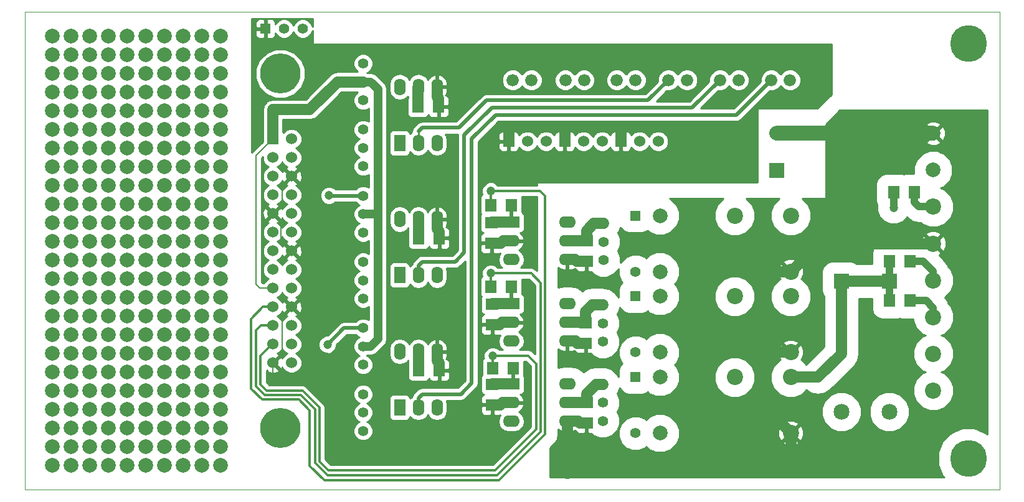
<source format=gbr>
%FSLAX46Y46*%
G04 Gerber Fmt 4.6, Leading zero omitted, Abs format (unit mm)*
G04 Created by KiCad (PCBNEW (2014-jul-16 BZR unknown)-product) date Wed 08 Oct 2014 09:23:27 AM CEST*
%MOMM*%
G01*
G04 APERTURE LIST*
%ADD10C,0.100000*%
%ADD11R,1.998980X1.998980*%
%ADD12C,1.998980*%
%ADD13R,1.600200X1.803400*%
%ADD14R,1.803400X1.600200*%
%ADD15C,1.676400*%
%ADD16R,1.397000X1.397000*%
%ADD17C,1.397000*%
%ADD18C,2.159000*%
%ADD19R,2.159000X2.159000*%
%ADD20R,1.574800X2.286000*%
%ADD21O,1.574800X2.286000*%
%ADD22R,2.286000X1.574800*%
%ADD23O,2.286000X1.574800*%
%ADD24R,1.524000X1.524000*%
%ADD25C,1.524000*%
%ADD26C,2.000000*%
%ADD27C,2.200000*%
%ADD28C,5.461000*%
%ADD29C,1.400000*%
%ADD30C,5.000000*%
%ADD31C,1.200000*%
%ADD32C,1.000000*%
%ADD33C,1.500000*%
%ADD34C,2.000000*%
%ADD35C,0.500000*%
%ADD36C,0.200000*%
%ADD37C,0.300000*%
%ADD38C,0.254000*%
%ADD39C,1.200000*%
G04 APERTURE END LIST*
D10*
X0Y65000000D02*
X30000000Y65000000D01*
X0Y0D02*
X0Y65000000D01*
X30000000Y0D02*
X0Y0D01*
X132500000Y65000000D02*
X30000000Y65000000D01*
X132500000Y0D02*
X30000000Y0D01*
X132500000Y0D02*
X132500000Y65000000D01*
D11*
X102250000Y43460000D03*
D12*
X102250000Y48540000D03*
D13*
X117553000Y25750000D03*
X120347000Y25750000D03*
X117553000Y31050000D03*
X120347000Y31050000D03*
X118103000Y40500000D03*
X120897000Y40500000D03*
D14*
X63450000Y36347000D03*
X63450000Y33553000D03*
X63550000Y25247000D03*
X63550000Y22453000D03*
X63550000Y14347000D03*
X63550000Y11553000D03*
X76350000Y33847000D03*
X76350000Y31053000D03*
X76250000Y22747000D03*
X76250000Y19953000D03*
X76350000Y11847000D03*
X76350000Y9053000D03*
D13*
X53453000Y52150000D03*
X56247000Y52150000D03*
X53553000Y34250000D03*
X56347000Y34250000D03*
X53553000Y16250000D03*
X56347000Y16250000D03*
D15*
X66330000Y55750000D03*
X68870000Y55750000D03*
X73480000Y55750000D03*
X76020000Y55750000D03*
X80480000Y55750000D03*
X83020000Y55750000D03*
X101480000Y55750000D03*
X104020000Y55750000D03*
X94480000Y55750000D03*
X97020000Y55750000D03*
X87480000Y55750000D03*
X90020000Y55750000D03*
D16*
X83000000Y37310000D03*
D17*
X83000000Y29690000D03*
D16*
X83000000Y26310000D03*
D17*
X83000000Y18690000D03*
D16*
X83000000Y15310000D03*
D17*
X83000000Y7690000D03*
D18*
X111000000Y10610000D03*
D19*
X111000000Y28390000D03*
D18*
X117500000Y10610000D03*
D19*
X117500000Y28390000D03*
D20*
X50960000Y47190000D03*
D21*
X53500000Y47190000D03*
X56040000Y47190000D03*
X56040000Y54810000D03*
X53500000Y54810000D03*
X50960000Y54810000D03*
D20*
X50960000Y29190000D03*
D21*
X53500000Y29190000D03*
X56040000Y29190000D03*
X56040000Y36810000D03*
X53500000Y36810000D03*
X50960000Y36810000D03*
D20*
X50960000Y11190000D03*
D21*
X53500000Y11190000D03*
X56040000Y11190000D03*
X56040000Y18810000D03*
X53500000Y18810000D03*
X50960000Y18810000D03*
D22*
X66140000Y36390000D03*
D23*
X66140000Y33850000D03*
X66140000Y31310000D03*
X73760000Y31310000D03*
X73760000Y33850000D03*
X73760000Y36390000D03*
D22*
X66140000Y25290000D03*
D23*
X66140000Y22750000D03*
X66140000Y20210000D03*
X73760000Y20210000D03*
X73760000Y22750000D03*
X73760000Y25290000D03*
D22*
X66140000Y14390000D03*
D23*
X66140000Y11850000D03*
X66140000Y9310000D03*
X73760000Y9310000D03*
X73760000Y11850000D03*
X73760000Y14390000D03*
D24*
X65790000Y47410000D03*
D25*
X68330000Y47410000D03*
X70870000Y47410000D03*
D24*
X73410000Y47410000D03*
D25*
X75950000Y47410000D03*
X78490000Y47410000D03*
D24*
X81030000Y47410000D03*
D25*
X83570000Y47410000D03*
X86110000Y47410000D03*
D26*
X123500000Y43500000D03*
X123500000Y48500000D03*
D27*
X123500000Y13500000D03*
X123500000Y18500000D03*
X123500000Y23500000D03*
X123500000Y28500000D03*
X123500000Y33500000D03*
X123500000Y38500000D03*
D24*
X33730000Y47740000D03*
D25*
X36270000Y47740000D03*
X33730000Y45200000D03*
X36270000Y45200000D03*
X33730000Y42660000D03*
X36270000Y42660000D03*
X33730000Y40120000D03*
X36270000Y40120000D03*
X33730000Y37580000D03*
X36270000Y37580000D03*
X33730000Y35040000D03*
X36270000Y35040000D03*
X33730000Y32500000D03*
X36270000Y32500000D03*
X33730000Y29960000D03*
X36270000Y29960000D03*
X33730000Y27420000D03*
X36270000Y27420000D03*
X33730000Y24880000D03*
X36270000Y24880000D03*
D28*
X34746000Y56630000D03*
D25*
X33730000Y22340000D03*
X36270000Y22340000D03*
X33730000Y19800000D03*
X36270000Y19800000D03*
X33730000Y17260000D03*
X36270000Y17260000D03*
D28*
X34746000Y8370000D03*
D16*
X32710000Y62750000D03*
D17*
X35250000Y62750000D03*
X37790000Y62750000D03*
D13*
X66147000Y38750000D03*
X63353000Y38750000D03*
X66147000Y27650000D03*
X63353000Y27650000D03*
X66397000Y16500000D03*
X63603000Y16500000D03*
D29*
X46000000Y49000000D03*
X46000000Y46500000D03*
X46000000Y44000000D03*
X46000000Y31000000D03*
X46000000Y28500000D03*
X46000000Y26000000D03*
X46000000Y13000000D03*
X46000000Y10500000D03*
X46000000Y8000000D03*
X46000000Y58000000D03*
X46000000Y55500000D03*
X46000000Y53000000D03*
X46000000Y40000000D03*
X46000000Y37500000D03*
X46000000Y35000000D03*
X78650000Y36250000D03*
X78650000Y33750000D03*
X78650000Y31250000D03*
X78550000Y25150000D03*
X78550000Y22650000D03*
X78550000Y20150000D03*
X78550000Y14350000D03*
X78550000Y11850000D03*
X78550000Y9350000D03*
X46000000Y22000000D03*
X46000000Y19500000D03*
X46000000Y17000000D03*
D27*
X96500000Y37310000D03*
X104120000Y29690000D03*
X104120000Y37310000D03*
D26*
X86340000Y37310000D03*
X86340000Y29690000D03*
D27*
X96500000Y26310000D03*
X104120000Y18690000D03*
X104120000Y26310000D03*
D26*
X86340000Y26310000D03*
X86340000Y18690000D03*
D27*
X96500000Y15310000D03*
X104120000Y7690000D03*
X104120000Y15310000D03*
D26*
X86340000Y15310000D03*
X86340000Y7690000D03*
X3740000Y56660000D03*
X3740000Y59200000D03*
X6280000Y56660000D03*
X6280000Y59200000D03*
X3740000Y61740000D03*
X6280000Y61740000D03*
X6280000Y54120000D03*
X3740000Y54120000D03*
X8820000Y54120000D03*
X11360000Y54120000D03*
X13900000Y54120000D03*
X16440000Y54120000D03*
X24060000Y54120000D03*
X21520000Y54120000D03*
X18980000Y54120000D03*
X26600000Y54120000D03*
X26600000Y61740000D03*
X26600000Y59200000D03*
X26600000Y56660000D03*
X24060000Y56660000D03*
X18980000Y56660000D03*
X18980000Y59200000D03*
X21520000Y56660000D03*
X21520000Y59200000D03*
X18980000Y61740000D03*
X21520000Y61740000D03*
X24060000Y61740000D03*
X24060000Y59200000D03*
X16440000Y61740000D03*
X16440000Y59200000D03*
X16440000Y56660000D03*
X13900000Y59200000D03*
X13900000Y61740000D03*
X11360000Y61740000D03*
X8820000Y61740000D03*
X11360000Y59200000D03*
X11360000Y56660000D03*
X8820000Y59200000D03*
X8820000Y56660000D03*
X13900000Y56660000D03*
X13900000Y46500000D03*
X8820000Y46500000D03*
X8820000Y49040000D03*
X11360000Y46500000D03*
X11360000Y49040000D03*
X8820000Y51580000D03*
X11360000Y51580000D03*
X13900000Y51580000D03*
X13900000Y49040000D03*
X16440000Y46500000D03*
X16440000Y49040000D03*
X16440000Y51580000D03*
X24060000Y49040000D03*
X24060000Y51580000D03*
X21520000Y51580000D03*
X18980000Y51580000D03*
X21520000Y49040000D03*
X21520000Y46500000D03*
X18980000Y49040000D03*
X18980000Y46500000D03*
X24060000Y46500000D03*
X26600000Y46500000D03*
X26600000Y49040000D03*
X26600000Y51580000D03*
X26600000Y43960000D03*
X26600000Y41420000D03*
X26600000Y38880000D03*
X26600000Y36340000D03*
X24060000Y36340000D03*
X18980000Y36340000D03*
X18980000Y38880000D03*
X21520000Y36340000D03*
X21520000Y38880000D03*
X18980000Y41420000D03*
X21520000Y41420000D03*
X18980000Y43960000D03*
X21520000Y43960000D03*
X24060000Y43960000D03*
X24060000Y41420000D03*
X24060000Y38880000D03*
X16440000Y43960000D03*
X16440000Y41420000D03*
X16440000Y38880000D03*
X16440000Y36340000D03*
X13900000Y38880000D03*
X13900000Y41420000D03*
X13900000Y43960000D03*
X11360000Y43960000D03*
X8820000Y43960000D03*
X11360000Y41420000D03*
X8820000Y41420000D03*
X11360000Y38880000D03*
X11360000Y36340000D03*
X8820000Y38880000D03*
X8820000Y36340000D03*
X13900000Y36340000D03*
X13900000Y28720000D03*
X8820000Y28720000D03*
X8820000Y31260000D03*
X11360000Y28720000D03*
X11360000Y31260000D03*
X8820000Y33800000D03*
X11360000Y33800000D03*
X13900000Y33800000D03*
X13900000Y31260000D03*
X16440000Y28720000D03*
X16440000Y31260000D03*
X16440000Y33800000D03*
X24060000Y31260000D03*
X24060000Y33800000D03*
X21520000Y33800000D03*
X18980000Y33800000D03*
X21520000Y31260000D03*
X21520000Y28720000D03*
X18980000Y31260000D03*
X18980000Y28720000D03*
X24060000Y28720000D03*
X26600000Y28720000D03*
X26600000Y31260000D03*
X26600000Y33800000D03*
X6280000Y33800000D03*
X3740000Y33800000D03*
X6280000Y31260000D03*
X6280000Y28720000D03*
X3740000Y31260000D03*
X3740000Y28720000D03*
X3740000Y36340000D03*
X3740000Y38880000D03*
X6280000Y36340000D03*
X6280000Y38880000D03*
X3740000Y41420000D03*
X6280000Y41420000D03*
X3740000Y43960000D03*
X6280000Y43960000D03*
X6280000Y51580000D03*
X3740000Y51580000D03*
X6280000Y49040000D03*
X6280000Y46500000D03*
X3740000Y49040000D03*
X3740000Y46500000D03*
X3740000Y21100000D03*
X3740000Y23640000D03*
X6280000Y21100000D03*
X6280000Y23640000D03*
X3740000Y26180000D03*
X6280000Y26180000D03*
X6280000Y18560000D03*
X3740000Y18560000D03*
X6280000Y16020000D03*
X3740000Y16020000D03*
X6280000Y13480000D03*
X6280000Y10940000D03*
X3740000Y13480000D03*
X3740000Y10940000D03*
X3740000Y3320000D03*
X3740000Y5860000D03*
X6280000Y3320000D03*
X6280000Y5860000D03*
X3740000Y8400000D03*
X6280000Y8400000D03*
X26600000Y8400000D03*
X26600000Y5860000D03*
X26600000Y3320000D03*
X24060000Y3320000D03*
X18980000Y3320000D03*
X18980000Y5860000D03*
X21520000Y3320000D03*
X21520000Y5860000D03*
X18980000Y8400000D03*
X21520000Y8400000D03*
X24060000Y8400000D03*
X24060000Y5860000D03*
X16440000Y8400000D03*
X16440000Y5860000D03*
X16440000Y3320000D03*
X13900000Y5860000D03*
X13900000Y8400000D03*
X11360000Y8400000D03*
X8820000Y8400000D03*
X11360000Y5860000D03*
X11360000Y3320000D03*
X8820000Y5860000D03*
X8820000Y3320000D03*
X13900000Y3320000D03*
X13900000Y10940000D03*
X8820000Y10940000D03*
X8820000Y13480000D03*
X11360000Y10940000D03*
X11360000Y13480000D03*
X8820000Y16020000D03*
X11360000Y16020000D03*
X8820000Y18560000D03*
X11360000Y18560000D03*
X13900000Y18560000D03*
X13900000Y16020000D03*
X13900000Y13480000D03*
X16440000Y10940000D03*
X16440000Y13480000D03*
X16440000Y16020000D03*
X16440000Y18560000D03*
X24060000Y13480000D03*
X24060000Y16020000D03*
X24060000Y18560000D03*
X21520000Y18560000D03*
X18980000Y18560000D03*
X21520000Y16020000D03*
X18980000Y16020000D03*
X21520000Y13480000D03*
X21520000Y10940000D03*
X18980000Y13480000D03*
X18980000Y10940000D03*
X24060000Y10940000D03*
X26600000Y10940000D03*
X26600000Y13480000D03*
X26600000Y16020000D03*
X26600000Y18560000D03*
X26600000Y26180000D03*
X26600000Y23640000D03*
X26600000Y21100000D03*
X24060000Y21100000D03*
X18980000Y21100000D03*
X18980000Y23640000D03*
X21520000Y21100000D03*
X21520000Y23640000D03*
X18980000Y26180000D03*
X21520000Y26180000D03*
X24060000Y26180000D03*
X24060000Y23640000D03*
X16440000Y26180000D03*
X16440000Y23640000D03*
X16440000Y21100000D03*
X13900000Y23640000D03*
X13900000Y26180000D03*
X11360000Y26180000D03*
X8820000Y26180000D03*
X11360000Y23640000D03*
X11360000Y21100000D03*
X8820000Y23640000D03*
X8820000Y21100000D03*
X13900000Y21100000D03*
D30*
X128250000Y60750000D03*
X128250000Y4250000D03*
D31*
X100650000Y33550000D03*
X118100000Y38400000D03*
X112500000Y33500000D03*
X100500000Y11310000D03*
X41350000Y40050000D03*
X41150000Y19750000D03*
X63350000Y40650000D03*
X63350000Y29450000D03*
X63603000Y18203000D03*
D32*
X117553000Y31050000D02*
X117553000Y28443000D01*
D33*
X117553000Y28443000D02*
X117500000Y28390000D01*
X117500000Y28390000D02*
X111000000Y28390000D01*
X104120000Y15310000D02*
X107810000Y15310000D01*
X111000000Y18500000D02*
X111000000Y28390000D01*
X107810000Y15310000D02*
X111000000Y18500000D01*
D32*
X117500000Y25803000D02*
X117553000Y25750000D01*
X117500000Y28390000D02*
X117500000Y25803000D01*
X118103000Y38403000D02*
X118103000Y40500000D01*
X118103000Y38403000D02*
X118100000Y38400000D01*
D33*
X73760000Y2260000D02*
X104000000Y2260000D01*
X104120000Y2380000D02*
X104120000Y7690000D01*
X104000000Y2260000D02*
X104120000Y2380000D01*
X73760000Y9310000D02*
X73760000Y2260000D01*
X73760000Y2260000D02*
X73750000Y2250000D01*
X73760000Y9310000D02*
X75190000Y9310000D01*
X75447000Y9053000D02*
X76350000Y9053000D01*
X75190000Y9310000D02*
X75447000Y9053000D01*
X73760000Y20210000D02*
X74890000Y20210000D01*
X74890000Y20210000D02*
X75147000Y19953000D01*
X75147000Y19953000D02*
X76250000Y19953000D01*
X76350000Y31053000D02*
X75047000Y31053000D01*
X75047000Y31053000D02*
X74790000Y31310000D01*
X74790000Y31310000D02*
X73760000Y31310000D01*
X104120000Y29690000D02*
X104190000Y29690000D01*
X112500000Y33500000D02*
X123500000Y33500000D01*
X104190000Y29690000D02*
X108000000Y33500000D01*
X108000000Y33500000D02*
X112500000Y33500000D01*
X104120000Y18690000D02*
X100500000Y18690000D01*
X100500000Y18690000D02*
X100500000Y18500000D01*
X104120000Y29690000D02*
X102190000Y29690000D01*
X100500000Y11310000D02*
X104120000Y7690000D01*
X100500000Y11750000D02*
X100500000Y11310000D01*
X100500000Y18500000D02*
X100500000Y11750000D01*
X100500000Y28000000D02*
X100500000Y18500000D01*
X102190000Y29690000D02*
X100500000Y28000000D01*
D34*
X102290000Y48500000D02*
X102250000Y48540000D01*
X112500000Y48500000D02*
X102290000Y48500000D01*
X123500000Y48500000D02*
X112500000Y48500000D01*
X112460000Y48500000D02*
X112500000Y48500000D01*
X112500000Y33500000D02*
X112460000Y33540000D01*
X112460000Y46000000D02*
X112460000Y33540000D01*
X112460000Y46000000D02*
X112460000Y48500000D01*
D32*
X100750000Y11750000D02*
X100500000Y11750000D01*
X100750000Y11750000D02*
X100500000Y11750000D01*
X120897000Y39103000D02*
X121500000Y38500000D01*
X121500000Y38500000D02*
X123500000Y38500000D01*
X120897000Y40500000D02*
X120897000Y39103000D01*
X120347000Y31050000D02*
X122150000Y31050000D01*
X123500000Y29700000D02*
X123500000Y28500000D01*
X122150000Y31050000D02*
X123500000Y29700000D01*
X122500000Y25750000D02*
X123500000Y24750000D01*
X123500000Y24750000D02*
X123500000Y23500000D01*
X120347000Y25750000D02*
X122500000Y25750000D01*
D33*
X66140000Y36390000D02*
X63493000Y36390000D01*
X63493000Y36390000D02*
X63450000Y36347000D01*
D35*
X66147000Y36397000D02*
X66140000Y36390000D01*
X66147000Y38750000D02*
X66147000Y36397000D01*
D33*
X66140000Y11850000D02*
X65150000Y11850000D01*
X64950000Y11850000D02*
X64653000Y11553000D01*
X64653000Y11553000D02*
X63550000Y11553000D01*
X56347000Y17253000D02*
X56347000Y16250000D01*
X56040000Y18810000D02*
X56040000Y17560000D01*
X56040000Y17560000D02*
X56347000Y17253000D01*
X56040000Y36810000D02*
X56040000Y35460000D01*
X56347000Y35153000D02*
X56347000Y34250000D01*
X56040000Y35460000D02*
X56347000Y35153000D01*
X56247000Y52150000D02*
X56247000Y53253000D01*
X56040000Y53460000D02*
X56040000Y54810000D01*
X56247000Y53253000D02*
X56040000Y53460000D01*
X66140000Y22750000D02*
X64850000Y22750000D01*
X64553000Y22453000D02*
X63550000Y22453000D01*
X64850000Y22750000D02*
X64553000Y22453000D01*
X63450000Y33553000D02*
X64747000Y33553000D01*
X64747000Y33553000D02*
X65044000Y33850000D01*
X65144000Y33850000D02*
X66140000Y33850000D01*
X65790000Y49460000D02*
X65830000Y49500000D01*
X73500000Y49500000D02*
X81000000Y49500000D01*
X65830000Y49500000D02*
X73500000Y49500000D01*
X81000000Y49500000D02*
X81030000Y49470000D01*
X81030000Y49470000D02*
X81030000Y47410000D01*
X65790000Y47410000D02*
X65790000Y49460000D01*
X73410000Y49500000D02*
X73500000Y49500000D01*
X73410000Y47410000D02*
X73410000Y49500000D01*
D36*
X34950000Y41350000D02*
X34950000Y38800000D01*
X34950000Y38800000D02*
X33730000Y37580000D01*
X36260000Y42660000D02*
X34950000Y41350000D01*
X36270000Y42660000D02*
X36260000Y42660000D01*
X34850000Y36450000D02*
X34850000Y33920000D01*
X34850000Y33920000D02*
X36270000Y32500000D01*
X33730000Y37570000D02*
X34850000Y36450000D01*
X33730000Y37580000D02*
X33730000Y37570000D01*
X34950000Y18480000D02*
X33730000Y17260000D01*
X34950000Y23550000D02*
X34950000Y18480000D01*
X36270000Y24870000D02*
X34950000Y23550000D01*
X36270000Y24880000D02*
X36270000Y24870000D01*
X56250000Y16153000D02*
X56347000Y16250000D01*
X33730000Y15270000D02*
X34550000Y14450000D01*
X34550000Y14450000D02*
X55750000Y14450000D01*
X55750000Y14450000D02*
X56250000Y14950000D01*
X56250000Y14950000D02*
X56250000Y16153000D01*
X33730000Y17260000D02*
X33730000Y15270000D01*
D33*
X66140000Y25290000D02*
X63593000Y25290000D01*
X63593000Y25290000D02*
X63550000Y25247000D01*
D35*
X66147000Y25297000D02*
X66140000Y25290000D01*
X66147000Y27650000D02*
X66147000Y25297000D01*
D33*
X66140000Y14390000D02*
X63593000Y14390000D01*
X63593000Y14390000D02*
X63550000Y14347000D01*
D35*
X66397000Y14647000D02*
X66140000Y14390000D01*
X66397000Y16500000D02*
X66397000Y14647000D01*
D33*
X78650000Y36250000D02*
X77350000Y36250000D01*
X76350000Y35250000D02*
X76350000Y33847000D01*
X77350000Y36250000D02*
X76350000Y35250000D01*
X76350000Y33847000D02*
X73763000Y33847000D01*
X73763000Y33847000D02*
X73760000Y33850000D01*
X76250000Y22747000D02*
X76250000Y24250000D01*
X77150000Y25150000D02*
X78550000Y25150000D01*
X76250000Y24250000D02*
X77150000Y25150000D01*
X73760000Y22750000D02*
X76247000Y22750000D01*
X76247000Y22750000D02*
X76250000Y22747000D01*
X76350000Y11847000D02*
X76350000Y13050000D01*
X77650000Y14350000D02*
X78550000Y14350000D01*
X76350000Y13050000D02*
X77650000Y14350000D01*
X73760000Y11850000D02*
X76347000Y11850000D01*
X76347000Y11850000D02*
X76350000Y11847000D01*
X53453000Y52150000D02*
X53453000Y54763000D01*
X53453000Y54763000D02*
X53500000Y54810000D01*
X53500000Y36810000D02*
X53500000Y34303000D01*
X53500000Y34303000D02*
X53553000Y34250000D01*
D35*
X41350000Y40050000D02*
X41400000Y40000000D01*
X41400000Y40000000D02*
X46000000Y40000000D01*
D33*
X53500000Y18810000D02*
X53500000Y16303000D01*
X53500000Y16303000D02*
X53553000Y16250000D01*
D35*
X41150000Y19750000D02*
X43400000Y22000000D01*
X43400000Y22000000D02*
X46000000Y22000000D01*
D37*
X63353000Y38750000D02*
X63353000Y40053000D01*
X63350000Y40650000D02*
X63353000Y40647000D01*
X63353000Y40647000D02*
X63353000Y38750000D01*
X70750000Y39950000D02*
X70050000Y40650000D01*
X70050000Y40650000D02*
X63350000Y40650000D01*
X70750000Y7550000D02*
X70750000Y39350000D01*
X33730000Y24880000D02*
X32380000Y24880000D01*
X64450000Y1250000D02*
X70750000Y7550000D01*
X40750000Y1250000D02*
X64450000Y1250000D01*
X38750000Y3250000D02*
X40750000Y1250000D01*
X38750000Y10750000D02*
X38750000Y3250000D01*
X37250000Y12250000D02*
X38750000Y10750000D01*
X32250000Y12250000D02*
X37250000Y12250000D01*
X30750000Y13750000D02*
X32250000Y12250000D01*
X30750000Y23250000D02*
X30750000Y13750000D01*
X32380000Y24880000D02*
X30750000Y23250000D01*
X70750000Y39350000D02*
X70750000Y39950000D01*
X63353000Y28753000D02*
X63353000Y27650000D01*
X63350000Y29450000D02*
X63353000Y29447000D01*
X63353000Y29447000D02*
X63353000Y27650000D01*
X68850000Y29450000D02*
X63350000Y29450000D01*
X64195998Y1950000D02*
X70150000Y7904002D01*
X70150000Y7904002D02*
X70150000Y28150000D01*
X70150000Y28150000D02*
X68850000Y29450000D01*
X32140000Y22340000D02*
X31450000Y21650000D01*
X33730000Y22340000D02*
X32140000Y22340000D01*
X39450000Y3650000D02*
X41150000Y1950000D01*
X39450000Y10950000D02*
X39450000Y3650000D01*
X37550000Y12850000D02*
X39450000Y10950000D01*
X32650000Y12850000D02*
X37550000Y12850000D01*
X31450000Y14050000D02*
X32650000Y12850000D01*
X31450000Y21650000D02*
X31450000Y14050000D01*
X41150000Y1950000D02*
X64195998Y1950000D01*
X33730000Y19800000D02*
X33600000Y19800000D01*
X69550000Y17150000D02*
X68450000Y18250000D01*
X69550000Y8250000D02*
X69550000Y17150000D01*
X63950000Y2650000D02*
X69550000Y8250000D01*
X41233478Y2650000D02*
X63950000Y2650000D01*
X40050000Y3833478D02*
X41233478Y2650000D01*
X40050000Y11150000D02*
X40050000Y3833478D01*
X37750000Y13450000D02*
X40050000Y11150000D01*
X32904002Y13450000D02*
X37750000Y13450000D01*
X32050000Y14304002D02*
X32904002Y13450000D01*
X32050000Y18250000D02*
X32050000Y14304002D01*
X32050000Y18250000D02*
X33600000Y19800000D01*
X63650000Y18250000D02*
X64250000Y18250000D01*
X68450000Y18250000D02*
X64250000Y18250000D01*
X63603000Y16500000D02*
X63603000Y18203000D01*
D35*
X64000000Y51000000D02*
X96730000Y51000000D01*
X96730000Y51000000D02*
X101480000Y55750000D01*
X53500000Y11190000D02*
X53500000Y12500000D01*
X60750000Y14500000D02*
X60750000Y47750000D01*
X59250000Y13000000D02*
X60750000Y14500000D01*
X54000000Y13000000D02*
X59250000Y13000000D01*
X53500000Y12500000D02*
X54000000Y13000000D01*
X60750000Y47750000D02*
X64000000Y51000000D01*
X53500000Y30500000D02*
X54000000Y31000000D01*
X54000000Y31000000D02*
X58500000Y31000000D01*
X58500000Y31000000D02*
X59750000Y32250000D01*
X59750000Y32250000D02*
X59750000Y48250000D01*
X59750000Y48250000D02*
X63500000Y52000000D01*
X63500000Y52000000D02*
X90730000Y52000000D01*
X90730000Y52000000D02*
X94480000Y55750000D01*
X53500000Y29190000D02*
X53500000Y30500000D01*
X62750000Y53000000D02*
X84730000Y53000000D01*
X84730000Y53000000D02*
X87480000Y55750000D01*
D38*
X53500000Y47190000D02*
X53500000Y48750000D01*
D35*
X53500000Y48750000D02*
X54000000Y49250000D01*
X54000000Y49250000D02*
X59000000Y49250000D01*
X59000000Y49250000D02*
X62750000Y53000000D01*
D39*
X46000000Y37500000D02*
X48000000Y37500000D01*
X46000000Y55500000D02*
X47000000Y55500000D01*
X47000000Y19500000D02*
X46000000Y19500000D01*
X48000000Y20500000D02*
X47000000Y19500000D01*
X48000000Y54500000D02*
X48000000Y37500000D01*
X48000000Y37500000D02*
X48000000Y20500000D01*
X47000000Y55500000D02*
X48000000Y54500000D01*
D33*
X33730000Y51730000D02*
X33750000Y51750000D01*
X33750000Y51750000D02*
X38750000Y51750000D01*
X38750000Y51750000D02*
X42500000Y55500000D01*
X42500000Y55500000D02*
X46000000Y55500000D01*
X33730000Y47740000D02*
X33730000Y51730000D01*
D36*
X31980000Y27420000D02*
X31450000Y27950000D01*
X31450000Y27950000D02*
X31450000Y45460000D01*
X31450000Y45460000D02*
X33730000Y47740000D01*
X33730000Y27420000D02*
X31980000Y27420000D01*
D38*
G36*
X81196798Y28204725D02*
X80922196Y27930122D01*
X80674500Y27332131D01*
X80674500Y26684870D01*
X80674500Y26166740D01*
X80604297Y26271805D01*
X80523885Y26466418D01*
X80373805Y26616760D01*
X80230793Y26830793D01*
X80018630Y26972556D01*
X79869861Y27121585D01*
X79673671Y27203051D01*
X79459639Y27346062D01*
X79209376Y27395843D01*
X79014900Y27476596D01*
X78802467Y27476782D01*
X78550000Y27527000D01*
X77150000Y27527000D01*
X76240361Y27346062D01*
X75797708Y27050292D01*
X75093819Y27520615D01*
X74169868Y27704400D01*
X73350132Y27704400D01*
X72527000Y27540670D01*
X72527000Y30218257D01*
X72742738Y30044475D01*
X73277400Y29887600D01*
X73633000Y29887600D01*
X73633000Y31183000D01*
X73613000Y31183000D01*
X73613000Y31435600D01*
X73907000Y31435600D01*
X73907000Y31183000D01*
X73887000Y31183000D01*
X73887000Y29887600D01*
X74242600Y29887600D01*
X74777262Y30044475D01*
X74829787Y30086786D01*
X74909973Y29893202D01*
X75088601Y29714573D01*
X75321990Y29617900D01*
X75574609Y29617900D01*
X76064250Y29617900D01*
X76223000Y29776650D01*
X76223000Y30926000D01*
X76203000Y30926000D01*
X76203000Y31180000D01*
X76223000Y31180000D01*
X76223000Y31200000D01*
X76322954Y31200000D01*
X76322597Y30789162D01*
X76477000Y30415478D01*
X76477000Y29776650D01*
X76635750Y29617900D01*
X76991246Y29617900D01*
X77330139Y29278415D01*
X78185100Y28923404D01*
X79110838Y28922597D01*
X79966418Y29276115D01*
X80621585Y29930139D01*
X80674820Y30058346D01*
X80674097Y29229459D01*
X81027388Y28374431D01*
X81196798Y28204725D01*
X81196798Y28204725D01*
G37*
X81196798Y28204725D02*
X80922196Y27930122D01*
X80674500Y27332131D01*
X80674500Y26684870D01*
X80674500Y26166740D01*
X80604297Y26271805D01*
X80523885Y26466418D01*
X80373805Y26616760D01*
X80230793Y26830793D01*
X80018630Y26972556D01*
X79869861Y27121585D01*
X79673671Y27203051D01*
X79459639Y27346062D01*
X79209376Y27395843D01*
X79014900Y27476596D01*
X78802467Y27476782D01*
X78550000Y27527000D01*
X77150000Y27527000D01*
X76240361Y27346062D01*
X75797708Y27050292D01*
X75093819Y27520615D01*
X74169868Y27704400D01*
X73350132Y27704400D01*
X72527000Y27540670D01*
X72527000Y30218257D01*
X72742738Y30044475D01*
X73277400Y29887600D01*
X73633000Y29887600D01*
X73633000Y31183000D01*
X73613000Y31183000D01*
X73613000Y31435600D01*
X73907000Y31435600D01*
X73907000Y31183000D01*
X73887000Y31183000D01*
X73887000Y29887600D01*
X74242600Y29887600D01*
X74777262Y30044475D01*
X74829787Y30086786D01*
X74909973Y29893202D01*
X75088601Y29714573D01*
X75321990Y29617900D01*
X75574609Y29617900D01*
X76064250Y29617900D01*
X76223000Y29776650D01*
X76223000Y30926000D01*
X76203000Y30926000D01*
X76203000Y31180000D01*
X76223000Y31180000D01*
X76223000Y31200000D01*
X76322954Y31200000D01*
X76322597Y30789162D01*
X76477000Y30415478D01*
X76477000Y29776650D01*
X76635750Y29617900D01*
X76991246Y29617900D01*
X77330139Y29278415D01*
X78185100Y28923404D01*
X79110838Y28922597D01*
X79966418Y29276115D01*
X80621585Y29930139D01*
X80674820Y30058346D01*
X80674097Y29229459D01*
X81027388Y28374431D01*
X81196798Y28204725D01*
G36*
X130823000Y7514065D02*
X130590810Y7746660D01*
X129074513Y8376282D01*
X127432690Y8377715D01*
X126227472Y7879730D01*
X126227472Y14040054D01*
X125813186Y15042703D01*
X125046738Y15810490D01*
X124590463Y15999953D01*
X125042703Y16186814D01*
X125810490Y16953262D01*
X126226526Y17955186D01*
X126227472Y19040054D01*
X125813186Y20042703D01*
X125046738Y20810490D01*
X124590463Y20999953D01*
X125042703Y21186814D01*
X125810490Y21953262D01*
X126226526Y22955186D01*
X126227472Y24040054D01*
X125813186Y25042703D01*
X125507958Y25348464D01*
X125507958Y25348465D01*
X125465092Y25563967D01*
X125465092Y25563968D01*
X125046431Y26190537D01*
X125810490Y26953262D01*
X126226526Y27955186D01*
X126227472Y29040054D01*
X126227472Y39040054D01*
X125813186Y40042703D01*
X125046738Y40810490D01*
X124459854Y41054186D01*
X124986132Y41271639D01*
X125725764Y42009981D01*
X126126543Y42975165D01*
X126127455Y44020250D01*
X125728361Y44986132D01*
X125145908Y45569603D01*
X125145908Y48235461D01*
X125121856Y48885460D01*
X124919387Y49374264D01*
X124652532Y49472927D01*
X124472927Y49293322D01*
X124472927Y49652532D01*
X124374264Y49919387D01*
X123764539Y50145908D01*
X123114540Y50121856D01*
X122625736Y49919387D01*
X122527073Y49652532D01*
X123500000Y48679605D01*
X124472927Y49652532D01*
X124472927Y49293322D01*
X123679605Y48500000D01*
X124652532Y47527073D01*
X124919387Y47625736D01*
X125145908Y48235461D01*
X125145908Y45569603D01*
X124990019Y45725764D01*
X124472927Y45940480D01*
X124472927Y47347468D01*
X123500000Y48320395D01*
X123320395Y48140790D01*
X123320395Y48500000D01*
X122347468Y49472927D01*
X122080613Y49374264D01*
X121854092Y48764539D01*
X121878144Y48114540D01*
X122080613Y47625736D01*
X122347468Y47527073D01*
X123320395Y48500000D01*
X123320395Y48140790D01*
X122527073Y47347468D01*
X122625736Y47080613D01*
X123235461Y46854092D01*
X123885460Y46878144D01*
X124374264Y47080613D01*
X124472927Y47347468D01*
X124472927Y45940480D01*
X124024835Y46126543D01*
X122979750Y46127455D01*
X122013868Y45728361D01*
X121274236Y44990019D01*
X120873457Y44024835D01*
X120872587Y43028700D01*
X119773270Y43028700D01*
X119500000Y42915509D01*
X119226731Y43028700D01*
X118579470Y43028700D01*
X116979270Y43028700D01*
X116381279Y42781004D01*
X115923596Y42323322D01*
X115675900Y41725331D01*
X115675900Y41078070D01*
X115675900Y39274670D01*
X115873346Y38797994D01*
X115872614Y37958966D01*
X116210940Y37140154D01*
X116836858Y36513142D01*
X117655079Y36173387D01*
X118541034Y36172614D01*
X119359846Y36510940D01*
X119920926Y37071042D01*
X119995984Y36995984D01*
X120686032Y36534908D01*
X120686033Y36534908D01*
X121500000Y36373000D01*
X121770092Y36373000D01*
X121953262Y36189510D01*
X122955186Y35773474D01*
X124040054Y35772528D01*
X125042703Y36186814D01*
X125810490Y36953262D01*
X126226526Y37955186D01*
X126227472Y39040054D01*
X126227472Y29040054D01*
X125813186Y30042703D01*
X125495537Y30360907D01*
X125465092Y30513968D01*
X125245323Y30842876D01*
X125245323Y33211593D01*
X125222836Y33901453D01*
X125002099Y34434359D01*
X124724868Y34545263D01*
X124545263Y34365658D01*
X124545263Y34724868D01*
X124434359Y35002099D01*
X123788407Y35245323D01*
X123098547Y35222836D01*
X122565641Y35002099D01*
X122454737Y34724868D01*
X123500000Y33679605D01*
X124545263Y34724868D01*
X124545263Y34365658D01*
X123679605Y33500000D01*
X124724868Y32454737D01*
X125002099Y32565641D01*
X125245323Y33211593D01*
X125245323Y30842876D01*
X125004016Y31204016D01*
X124275805Y31932227D01*
X124434359Y31997901D01*
X124545263Y32275132D01*
X123500000Y33320395D01*
X123485857Y33306253D01*
X123306252Y33485858D01*
X123320395Y33500000D01*
X122275132Y34545263D01*
X121997901Y34434359D01*
X121754677Y33788407D01*
X121765492Y33456606D01*
X121470731Y33578700D01*
X120823470Y33578700D01*
X119223270Y33578700D01*
X118950000Y33465509D01*
X118676731Y33578700D01*
X118029470Y33578700D01*
X116429270Y33578700D01*
X115831279Y33331004D01*
X115373596Y32873322D01*
X115125900Y32275331D01*
X115125900Y31628070D01*
X115125900Y30767000D01*
X113082925Y30767000D01*
X113001122Y30848804D01*
X112403131Y31096500D01*
X111755870Y31096500D01*
X109596870Y31096500D01*
X108998879Y30848804D01*
X108541196Y30391122D01*
X108293500Y29793131D01*
X108293500Y29145870D01*
X108293500Y26986870D01*
X108541196Y26388879D01*
X108623000Y26307075D01*
X108623000Y19484586D01*
X106847472Y17709059D01*
X106847472Y26850054D01*
X106433186Y27852703D01*
X105666738Y28620490D01*
X105479061Y28698421D01*
X105622099Y28755641D01*
X105865323Y29401593D01*
X105842836Y30091453D01*
X105622099Y30624359D01*
X105344868Y30735263D01*
X105165263Y30555658D01*
X105165263Y30914868D01*
X105054359Y31192099D01*
X104408407Y31435323D01*
X103718547Y31412836D01*
X103185641Y31192099D01*
X103074737Y30914868D01*
X104120000Y29869605D01*
X105165263Y30914868D01*
X105165263Y30555658D01*
X104299605Y29690000D01*
X104313747Y29675858D01*
X104134142Y29496253D01*
X104120000Y29510395D01*
X104105857Y29496253D01*
X103926252Y29675858D01*
X103940395Y29690000D01*
X102895132Y30735263D01*
X102617901Y30624359D01*
X102374677Y29978407D01*
X102397164Y29288547D01*
X102617901Y28755641D01*
X102760145Y28698738D01*
X102577297Y28623186D01*
X101809510Y27856738D01*
X101393474Y26854814D01*
X101392528Y25769946D01*
X101806814Y24767297D01*
X102573262Y23999510D01*
X103575186Y23583474D01*
X104660054Y23582528D01*
X105662703Y23996814D01*
X106430490Y24763262D01*
X106846526Y25765186D01*
X106847472Y26850054D01*
X106847472Y17709059D01*
X106212344Y17073931D01*
X105666738Y17620490D01*
X105479061Y17698421D01*
X105622099Y17755641D01*
X105865323Y18401593D01*
X105842836Y19091453D01*
X105622099Y19624359D01*
X105344868Y19735263D01*
X105165263Y19555658D01*
X105165263Y19914868D01*
X105054359Y20192099D01*
X104408407Y20435323D01*
X103718547Y20412836D01*
X103185641Y20192099D01*
X103074737Y19914868D01*
X104120000Y18869605D01*
X105165263Y19914868D01*
X105165263Y19555658D01*
X104299605Y18690000D01*
X104313747Y18675858D01*
X104134142Y18496253D01*
X104120000Y18510395D01*
X104105857Y18496253D01*
X103926252Y18675858D01*
X103940395Y18690000D01*
X102895132Y19735263D01*
X102617901Y19624359D01*
X102374677Y18978407D01*
X102397164Y18288547D01*
X102617901Y17755641D01*
X102760145Y17698738D01*
X102577297Y17623186D01*
X101809510Y16856738D01*
X101393474Y15854814D01*
X101392528Y14769946D01*
X101806814Y13767297D01*
X102573262Y12999510D01*
X103575186Y12583474D01*
X104660054Y12582528D01*
X105662703Y12996814D01*
X106222865Y13556000D01*
X106238769Y13556000D01*
X106900362Y13113938D01*
X107810000Y12933000D01*
X108719638Y13113938D01*
X109490793Y13629207D01*
X112680793Y16819207D01*
X113196062Y17590361D01*
X113377000Y18500000D01*
X113377000Y26013000D01*
X115125900Y26013000D01*
X115125900Y24524670D01*
X115373596Y23926679D01*
X115831278Y23468996D01*
X116429269Y23221300D01*
X117076530Y23221300D01*
X118676730Y23221300D01*
X118949999Y23334492D01*
X119223269Y23221300D01*
X119870530Y23221300D01*
X120772755Y23221300D01*
X120772528Y22959946D01*
X121186814Y21957297D01*
X121953262Y21189510D01*
X122409536Y21000048D01*
X121957297Y20813186D01*
X121189510Y20046738D01*
X120773474Y19044814D01*
X120772528Y17959946D01*
X121186814Y16957297D01*
X121953262Y16189510D01*
X122409536Y16000048D01*
X121957297Y15813186D01*
X121189510Y15046738D01*
X120773474Y14044814D01*
X120772528Y12959946D01*
X121186814Y11957297D01*
X121953262Y11189510D01*
X122955186Y10773474D01*
X124040054Y10772528D01*
X125042703Y11186814D01*
X125810490Y11953262D01*
X126226526Y12955186D01*
X126227472Y14040054D01*
X126227472Y7879730D01*
X125915296Y7750741D01*
X124753340Y6590810D01*
X124123718Y5074513D01*
X124122285Y3432690D01*
X124749259Y1915296D01*
X124987139Y1677000D01*
X120206968Y1677000D01*
X120206968Y11145994D01*
X119795797Y12141106D01*
X119035111Y12903121D01*
X118040718Y13316029D01*
X116964006Y13316968D01*
X115968894Y12905797D01*
X115206879Y12145111D01*
X114793971Y11150718D01*
X114793032Y10074006D01*
X115204203Y9078894D01*
X115964889Y8316879D01*
X116959282Y7903971D01*
X118035994Y7903032D01*
X119031106Y8314203D01*
X119793121Y9074889D01*
X120206029Y10069282D01*
X120206968Y11145994D01*
X120206968Y1677000D01*
X113706968Y1677000D01*
X113706968Y11145994D01*
X113295797Y12141106D01*
X112535111Y12903121D01*
X111540718Y13316029D01*
X110464006Y13316968D01*
X109468894Y12905797D01*
X108706879Y12145111D01*
X108293971Y11150718D01*
X108293032Y10074006D01*
X108704203Y9078894D01*
X109464889Y8316879D01*
X110459282Y7903971D01*
X111535994Y7903032D01*
X112531106Y8314203D01*
X113293121Y9074889D01*
X113706029Y10069282D01*
X113706968Y11145994D01*
X113706968Y1677000D01*
X105865323Y1677000D01*
X105865323Y7401593D01*
X105842836Y8091453D01*
X105622099Y8624359D01*
X105344868Y8735263D01*
X105165263Y8555658D01*
X105165263Y8914868D01*
X105054359Y9192099D01*
X104408407Y9435323D01*
X103718547Y9412836D01*
X103185641Y9192099D01*
X103074737Y8914868D01*
X104120000Y7869605D01*
X105165263Y8914868D01*
X105165263Y8555658D01*
X104299605Y7690000D01*
X105344868Y6644737D01*
X105622099Y6755641D01*
X105865323Y7401593D01*
X105865323Y1677000D01*
X105165263Y1677000D01*
X105165263Y6465132D01*
X104120000Y7510395D01*
X103940395Y7330790D01*
X103940395Y7690000D01*
X102895132Y8735263D01*
X102617901Y8624359D01*
X102374677Y7978407D01*
X102397164Y7288547D01*
X102617901Y6755641D01*
X102895132Y6644737D01*
X103940395Y7690000D01*
X103940395Y7330790D01*
X103074737Y6465132D01*
X103185641Y6187901D01*
X103831593Y5944677D01*
X104521453Y5967164D01*
X105054359Y6187901D01*
X105165263Y6465132D01*
X105165263Y1677000D01*
X99227472Y1677000D01*
X99227472Y15850054D01*
X99227472Y26850054D01*
X98813186Y27852703D01*
X98046738Y28620490D01*
X97044814Y29036526D01*
X95959946Y29037472D01*
X94957297Y28623186D01*
X94189510Y27856738D01*
X93773474Y26854814D01*
X93772528Y25769946D01*
X94186814Y24767297D01*
X94953262Y23999510D01*
X95955186Y23583474D01*
X97040054Y23582528D01*
X98042703Y23996814D01*
X98810490Y24763262D01*
X99226526Y25765186D01*
X99227472Y26850054D01*
X99227472Y15850054D01*
X98813186Y16852703D01*
X98046738Y17620490D01*
X97044814Y18036526D01*
X95959946Y18037472D01*
X94957297Y17623186D01*
X94189510Y16856738D01*
X93773474Y15854814D01*
X93772528Y14769946D01*
X94186814Y13767297D01*
X94953262Y12999510D01*
X95955186Y12583474D01*
X97040054Y12582528D01*
X98042703Y12996814D01*
X98810490Y13763262D01*
X99226526Y14765186D01*
X99227472Y15850054D01*
X99227472Y1677000D01*
X88967455Y1677000D01*
X88967455Y8210250D01*
X88568361Y9176132D01*
X87830019Y9915764D01*
X86864835Y10316543D01*
X85819750Y10317455D01*
X84853868Y9918361D01*
X84456948Y9522134D01*
X84319010Y9660313D01*
X83464600Y10015095D01*
X82539459Y10015903D01*
X81684431Y9662612D01*
X81029687Y9009010D01*
X80674905Y8154600D01*
X80674097Y7229459D01*
X81027388Y6374431D01*
X81680990Y5719687D01*
X82535400Y5364905D01*
X83460541Y5364097D01*
X84315569Y5717388D01*
X84456665Y5858239D01*
X84849981Y5464236D01*
X85815165Y5063457D01*
X86860250Y5062545D01*
X87826132Y5461639D01*
X88565764Y6199981D01*
X88966543Y7165165D01*
X88967455Y8210250D01*
X88967455Y1677000D01*
X71377000Y1677000D01*
X71377000Y5663943D01*
X72006525Y6293469D01*
X72006528Y6293471D01*
X72006529Y6293471D01*
X72391733Y6869971D01*
X72391734Y6869972D01*
X72527000Y7550000D01*
X72527000Y8218257D01*
X72742738Y8044475D01*
X73277400Y7887600D01*
X73633000Y7887600D01*
X73633000Y9183000D01*
X73613000Y9183000D01*
X73613000Y9435600D01*
X73907000Y9435600D01*
X73907000Y9183000D01*
X73887000Y9183000D01*
X73887000Y7887600D01*
X74242600Y7887600D01*
X74777262Y8044475D01*
X74829787Y8086786D01*
X74909973Y7893202D01*
X75088601Y7714573D01*
X75321990Y7617900D01*
X75574609Y7617900D01*
X76064250Y7617900D01*
X76223000Y7776650D01*
X76223000Y8888187D01*
X76477000Y8273459D01*
X76477000Y7776650D01*
X76635750Y7617900D01*
X76991071Y7617900D01*
X77230139Y7378415D01*
X78085100Y7023404D01*
X79010838Y7022597D01*
X79866418Y7376115D01*
X80521585Y8030139D01*
X80876596Y8885100D01*
X80877403Y9810838D01*
X80550961Y10600887D01*
X80876596Y11385100D01*
X80877403Y12310838D01*
X80550961Y13100887D01*
X80603050Y13226329D01*
X80746062Y13440361D01*
X80795842Y13690624D01*
X80858942Y13842587D01*
X80922196Y13689879D01*
X81379878Y13232196D01*
X81977869Y12984500D01*
X82625130Y12984500D01*
X84022130Y12984500D01*
X84620121Y13232196D01*
X84661235Y13273311D01*
X84849981Y13084236D01*
X85815165Y12683457D01*
X86860250Y12682545D01*
X87826132Y13081639D01*
X88565764Y13819981D01*
X88966543Y14785165D01*
X88967455Y15830250D01*
X88568361Y16796132D01*
X88365140Y16999708D01*
X88565764Y17199981D01*
X88966543Y18165165D01*
X88967455Y19210250D01*
X88568361Y20176132D01*
X87830019Y20915764D01*
X86864835Y21316543D01*
X85819750Y21317455D01*
X84853868Y20918361D01*
X84456948Y20522134D01*
X84319010Y20660313D01*
X83464600Y21015095D01*
X82539459Y21015903D01*
X81684431Y20662612D01*
X81029687Y20009010D01*
X80674905Y19154600D01*
X80674097Y18229459D01*
X81027388Y17374431D01*
X81196798Y17204725D01*
X80922196Y16930122D01*
X80674500Y16332131D01*
X80674500Y15684870D01*
X80674500Y15366740D01*
X80604297Y15471805D01*
X80523885Y15666418D01*
X80373805Y15816760D01*
X80230793Y16030793D01*
X80018630Y16172556D01*
X79869861Y16321585D01*
X79673671Y16403051D01*
X79459639Y16546062D01*
X79209376Y16595843D01*
X79014900Y16676596D01*
X78802467Y16676782D01*
X78550000Y16727000D01*
X77650005Y16727000D01*
X77650000Y16727001D01*
X76891280Y16576082D01*
X76740361Y16546062D01*
X75969207Y16030793D01*
X75940611Y16002198D01*
X75877107Y16097239D01*
X75093819Y16620615D01*
X74169868Y16804400D01*
X73350132Y16804400D01*
X72527000Y16640670D01*
X72527000Y19118257D01*
X72742738Y18944475D01*
X73277400Y18787600D01*
X73633000Y18787600D01*
X73633000Y20083000D01*
X73613000Y20083000D01*
X73613000Y20335600D01*
X73907000Y20335600D01*
X73907000Y20083000D01*
X73887000Y20083000D01*
X73887000Y18787600D01*
X74242600Y18787600D01*
X74750558Y18936641D01*
X74809973Y18793202D01*
X74988601Y18614573D01*
X75221990Y18517900D01*
X75474609Y18517900D01*
X75964250Y18517900D01*
X76123000Y18676650D01*
X76123000Y19826000D01*
X76103000Y19826000D01*
X76103000Y20080000D01*
X76123000Y20080000D01*
X76123000Y20100000D01*
X76222954Y20100000D01*
X76222597Y19689162D01*
X76377000Y19315478D01*
X76377000Y18676650D01*
X76535750Y18517900D01*
X76891246Y18517900D01*
X77230139Y18178415D01*
X78085100Y17823404D01*
X79010838Y17822597D01*
X79866418Y18176115D01*
X80521585Y18830139D01*
X80876596Y19685100D01*
X80877403Y20610838D01*
X80550961Y21400887D01*
X80876596Y22185100D01*
X80877403Y23110838D01*
X80550961Y23900887D01*
X80603050Y24026329D01*
X80746062Y24240361D01*
X80795842Y24490624D01*
X80876596Y24685100D01*
X80876695Y24799726D01*
X80922196Y24689879D01*
X81379878Y24232196D01*
X81977869Y23984500D01*
X82625130Y23984500D01*
X84022130Y23984500D01*
X84620121Y24232196D01*
X84661235Y24273311D01*
X84849981Y24084236D01*
X85815165Y23683457D01*
X86860250Y23682545D01*
X87826132Y24081639D01*
X88565764Y24819981D01*
X88966543Y25785165D01*
X88967455Y26830250D01*
X88568361Y27796132D01*
X88365140Y27999708D01*
X88565764Y28199981D01*
X88966543Y29165165D01*
X88967455Y30210250D01*
X88568361Y31176132D01*
X87830019Y31915764D01*
X86864835Y32316543D01*
X85819750Y32317455D01*
X84853868Y31918361D01*
X84456948Y31522134D01*
X84319010Y31660313D01*
X83464600Y32015095D01*
X82539459Y32015903D01*
X81684431Y31662612D01*
X81029687Y31009010D01*
X80976679Y30881355D01*
X80977403Y31710838D01*
X80650961Y32500887D01*
X80976596Y33285100D01*
X80977403Y34210838D01*
X80650961Y35000887D01*
X80703050Y35126329D01*
X80846062Y35340361D01*
X80895842Y35590624D01*
X80932696Y35679379D01*
X81379878Y35232196D01*
X81977869Y34984500D01*
X82625130Y34984500D01*
X84022130Y34984500D01*
X84620121Y35232196D01*
X84661235Y35273311D01*
X84849981Y35084236D01*
X85815165Y34683457D01*
X86860250Y34682545D01*
X87826132Y35081639D01*
X88565764Y35819981D01*
X88966543Y36785165D01*
X88967455Y37830250D01*
X88568361Y38796132D01*
X87830019Y39535764D01*
X87619931Y39623000D01*
X94957110Y39623000D01*
X94189510Y38856738D01*
X93773474Y37854814D01*
X93772528Y36769946D01*
X94186814Y35767297D01*
X94953262Y34999510D01*
X95955186Y34583474D01*
X97040054Y34582528D01*
X98042703Y34996814D01*
X98810490Y35763262D01*
X99226526Y36765186D01*
X99227472Y37850054D01*
X98813186Y38852703D01*
X98046738Y39620490D01*
X98040693Y39623000D01*
X102577110Y39623000D01*
X101809510Y38856738D01*
X101393474Y37854814D01*
X101392528Y36769946D01*
X101806814Y35767297D01*
X102573262Y34999510D01*
X103575186Y34583474D01*
X104660054Y34582528D01*
X105662703Y34996814D01*
X106430490Y35763262D01*
X106846526Y36765186D01*
X106847472Y37850054D01*
X106433186Y38852703D01*
X105666738Y39620490D01*
X105660693Y39623000D01*
X108877000Y39623000D01*
X108877000Y49697395D01*
X110802605Y51623000D01*
X130823000Y51623000D01*
X130823000Y7514065D01*
X130823000Y7514065D01*
G37*
X130823000Y7514065D02*
X130590810Y7746660D01*
X129074513Y8376282D01*
X127432690Y8377715D01*
X126227472Y7879730D01*
X126227472Y14040054D01*
X125813186Y15042703D01*
X125046738Y15810490D01*
X124590463Y15999953D01*
X125042703Y16186814D01*
X125810490Y16953262D01*
X126226526Y17955186D01*
X126227472Y19040054D01*
X125813186Y20042703D01*
X125046738Y20810490D01*
X124590463Y20999953D01*
X125042703Y21186814D01*
X125810490Y21953262D01*
X126226526Y22955186D01*
X126227472Y24040054D01*
X125813186Y25042703D01*
X125507958Y25348464D01*
X125507958Y25348465D01*
X125465092Y25563967D01*
X125465092Y25563968D01*
X125046431Y26190537D01*
X125810490Y26953262D01*
X126226526Y27955186D01*
X126227472Y29040054D01*
X126227472Y39040054D01*
X125813186Y40042703D01*
X125046738Y40810490D01*
X124459854Y41054186D01*
X124986132Y41271639D01*
X125725764Y42009981D01*
X126126543Y42975165D01*
X126127455Y44020250D01*
X125728361Y44986132D01*
X125145908Y45569603D01*
X125145908Y48235461D01*
X125121856Y48885460D01*
X124919387Y49374264D01*
X124652532Y49472927D01*
X124472927Y49293322D01*
X124472927Y49652532D01*
X124374264Y49919387D01*
X123764539Y50145908D01*
X123114540Y50121856D01*
X122625736Y49919387D01*
X122527073Y49652532D01*
X123500000Y48679605D01*
X124472927Y49652532D01*
X124472927Y49293322D01*
X123679605Y48500000D01*
X124652532Y47527073D01*
X124919387Y47625736D01*
X125145908Y48235461D01*
X125145908Y45569603D01*
X124990019Y45725764D01*
X124472927Y45940480D01*
X124472927Y47347468D01*
X123500000Y48320395D01*
X123320395Y48140790D01*
X123320395Y48500000D01*
X122347468Y49472927D01*
X122080613Y49374264D01*
X121854092Y48764539D01*
X121878144Y48114540D01*
X122080613Y47625736D01*
X122347468Y47527073D01*
X123320395Y48500000D01*
X123320395Y48140790D01*
X122527073Y47347468D01*
X122625736Y47080613D01*
X123235461Y46854092D01*
X123885460Y46878144D01*
X124374264Y47080613D01*
X124472927Y47347468D01*
X124472927Y45940480D01*
X124024835Y46126543D01*
X122979750Y46127455D01*
X122013868Y45728361D01*
X121274236Y44990019D01*
X120873457Y44024835D01*
X120872587Y43028700D01*
X119773270Y43028700D01*
X119500000Y42915509D01*
X119226731Y43028700D01*
X118579470Y43028700D01*
X116979270Y43028700D01*
X116381279Y42781004D01*
X115923596Y42323322D01*
X115675900Y41725331D01*
X115675900Y41078070D01*
X115675900Y39274670D01*
X115873346Y38797994D01*
X115872614Y37958966D01*
X116210940Y37140154D01*
X116836858Y36513142D01*
X117655079Y36173387D01*
X118541034Y36172614D01*
X119359846Y36510940D01*
X119920926Y37071042D01*
X119995984Y36995984D01*
X120686032Y36534908D01*
X120686033Y36534908D01*
X121500000Y36373000D01*
X121770092Y36373000D01*
X121953262Y36189510D01*
X122955186Y35773474D01*
X124040054Y35772528D01*
X125042703Y36186814D01*
X125810490Y36953262D01*
X126226526Y37955186D01*
X126227472Y39040054D01*
X126227472Y29040054D01*
X125813186Y30042703D01*
X125495537Y30360907D01*
X125465092Y30513968D01*
X125245323Y30842876D01*
X125245323Y33211593D01*
X125222836Y33901453D01*
X125002099Y34434359D01*
X124724868Y34545263D01*
X124545263Y34365658D01*
X124545263Y34724868D01*
X124434359Y35002099D01*
X123788407Y35245323D01*
X123098547Y35222836D01*
X122565641Y35002099D01*
X122454737Y34724868D01*
X123500000Y33679605D01*
X124545263Y34724868D01*
X124545263Y34365658D01*
X123679605Y33500000D01*
X124724868Y32454737D01*
X125002099Y32565641D01*
X125245323Y33211593D01*
X125245323Y30842876D01*
X125004016Y31204016D01*
X124275805Y31932227D01*
X124434359Y31997901D01*
X124545263Y32275132D01*
X123500000Y33320395D01*
X123485857Y33306253D01*
X123306252Y33485858D01*
X123320395Y33500000D01*
X122275132Y34545263D01*
X121997901Y34434359D01*
X121754677Y33788407D01*
X121765492Y33456606D01*
X121470731Y33578700D01*
X120823470Y33578700D01*
X119223270Y33578700D01*
X118950000Y33465509D01*
X118676731Y33578700D01*
X118029470Y33578700D01*
X116429270Y33578700D01*
X115831279Y33331004D01*
X115373596Y32873322D01*
X115125900Y32275331D01*
X115125900Y31628070D01*
X115125900Y30767000D01*
X113082925Y30767000D01*
X113001122Y30848804D01*
X112403131Y31096500D01*
X111755870Y31096500D01*
X109596870Y31096500D01*
X108998879Y30848804D01*
X108541196Y30391122D01*
X108293500Y29793131D01*
X108293500Y29145870D01*
X108293500Y26986870D01*
X108541196Y26388879D01*
X108623000Y26307075D01*
X108623000Y19484586D01*
X106847472Y17709059D01*
X106847472Y26850054D01*
X106433186Y27852703D01*
X105666738Y28620490D01*
X105479061Y28698421D01*
X105622099Y28755641D01*
X105865323Y29401593D01*
X105842836Y30091453D01*
X105622099Y30624359D01*
X105344868Y30735263D01*
X105165263Y30555658D01*
X105165263Y30914868D01*
X105054359Y31192099D01*
X104408407Y31435323D01*
X103718547Y31412836D01*
X103185641Y31192099D01*
X103074737Y30914868D01*
X104120000Y29869605D01*
X105165263Y30914868D01*
X105165263Y30555658D01*
X104299605Y29690000D01*
X104313747Y29675858D01*
X104134142Y29496253D01*
X104120000Y29510395D01*
X104105857Y29496253D01*
X103926252Y29675858D01*
X103940395Y29690000D01*
X102895132Y30735263D01*
X102617901Y30624359D01*
X102374677Y29978407D01*
X102397164Y29288547D01*
X102617901Y28755641D01*
X102760145Y28698738D01*
X102577297Y28623186D01*
X101809510Y27856738D01*
X101393474Y26854814D01*
X101392528Y25769946D01*
X101806814Y24767297D01*
X102573262Y23999510D01*
X103575186Y23583474D01*
X104660054Y23582528D01*
X105662703Y23996814D01*
X106430490Y24763262D01*
X106846526Y25765186D01*
X106847472Y26850054D01*
X106847472Y17709059D01*
X106212344Y17073931D01*
X105666738Y17620490D01*
X105479061Y17698421D01*
X105622099Y17755641D01*
X105865323Y18401593D01*
X105842836Y19091453D01*
X105622099Y19624359D01*
X105344868Y19735263D01*
X105165263Y19555658D01*
X105165263Y19914868D01*
X105054359Y20192099D01*
X104408407Y20435323D01*
X103718547Y20412836D01*
X103185641Y20192099D01*
X103074737Y19914868D01*
X104120000Y18869605D01*
X105165263Y19914868D01*
X105165263Y19555658D01*
X104299605Y18690000D01*
X104313747Y18675858D01*
X104134142Y18496253D01*
X104120000Y18510395D01*
X104105857Y18496253D01*
X103926252Y18675858D01*
X103940395Y18690000D01*
X102895132Y19735263D01*
X102617901Y19624359D01*
X102374677Y18978407D01*
X102397164Y18288547D01*
X102617901Y17755641D01*
X102760145Y17698738D01*
X102577297Y17623186D01*
X101809510Y16856738D01*
X101393474Y15854814D01*
X101392528Y14769946D01*
X101806814Y13767297D01*
X102573262Y12999510D01*
X103575186Y12583474D01*
X104660054Y12582528D01*
X105662703Y12996814D01*
X106222865Y13556000D01*
X106238769Y13556000D01*
X106900362Y13113938D01*
X107810000Y12933000D01*
X108719638Y13113938D01*
X109490793Y13629207D01*
X112680793Y16819207D01*
X113196062Y17590361D01*
X113377000Y18500000D01*
X113377000Y26013000D01*
X115125900Y26013000D01*
X115125900Y24524670D01*
X115373596Y23926679D01*
X115831278Y23468996D01*
X116429269Y23221300D01*
X117076530Y23221300D01*
X118676730Y23221300D01*
X118949999Y23334492D01*
X119223269Y23221300D01*
X119870530Y23221300D01*
X120772755Y23221300D01*
X120772528Y22959946D01*
X121186814Y21957297D01*
X121953262Y21189510D01*
X122409536Y21000048D01*
X121957297Y20813186D01*
X121189510Y20046738D01*
X120773474Y19044814D01*
X120772528Y17959946D01*
X121186814Y16957297D01*
X121953262Y16189510D01*
X122409536Y16000048D01*
X121957297Y15813186D01*
X121189510Y15046738D01*
X120773474Y14044814D01*
X120772528Y12959946D01*
X121186814Y11957297D01*
X121953262Y11189510D01*
X122955186Y10773474D01*
X124040054Y10772528D01*
X125042703Y11186814D01*
X125810490Y11953262D01*
X126226526Y12955186D01*
X126227472Y14040054D01*
X126227472Y7879730D01*
X125915296Y7750741D01*
X124753340Y6590810D01*
X124123718Y5074513D01*
X124122285Y3432690D01*
X124749259Y1915296D01*
X124987139Y1677000D01*
X120206968Y1677000D01*
X120206968Y11145994D01*
X119795797Y12141106D01*
X119035111Y12903121D01*
X118040718Y13316029D01*
X116964006Y13316968D01*
X115968894Y12905797D01*
X115206879Y12145111D01*
X114793971Y11150718D01*
X114793032Y10074006D01*
X115204203Y9078894D01*
X115964889Y8316879D01*
X116959282Y7903971D01*
X118035994Y7903032D01*
X119031106Y8314203D01*
X119793121Y9074889D01*
X120206029Y10069282D01*
X120206968Y11145994D01*
X120206968Y1677000D01*
X113706968Y1677000D01*
X113706968Y11145994D01*
X113295797Y12141106D01*
X112535111Y12903121D01*
X111540718Y13316029D01*
X110464006Y13316968D01*
X109468894Y12905797D01*
X108706879Y12145111D01*
X108293971Y11150718D01*
X108293032Y10074006D01*
X108704203Y9078894D01*
X109464889Y8316879D01*
X110459282Y7903971D01*
X111535994Y7903032D01*
X112531106Y8314203D01*
X113293121Y9074889D01*
X113706029Y10069282D01*
X113706968Y11145994D01*
X113706968Y1677000D01*
X105865323Y1677000D01*
X105865323Y7401593D01*
X105842836Y8091453D01*
X105622099Y8624359D01*
X105344868Y8735263D01*
X105165263Y8555658D01*
X105165263Y8914868D01*
X105054359Y9192099D01*
X104408407Y9435323D01*
X103718547Y9412836D01*
X103185641Y9192099D01*
X103074737Y8914868D01*
X104120000Y7869605D01*
X105165263Y8914868D01*
X105165263Y8555658D01*
X104299605Y7690000D01*
X105344868Y6644737D01*
X105622099Y6755641D01*
X105865323Y7401593D01*
X105865323Y1677000D01*
X105165263Y1677000D01*
X105165263Y6465132D01*
X104120000Y7510395D01*
X103940395Y7330790D01*
X103940395Y7690000D01*
X102895132Y8735263D01*
X102617901Y8624359D01*
X102374677Y7978407D01*
X102397164Y7288547D01*
X102617901Y6755641D01*
X102895132Y6644737D01*
X103940395Y7690000D01*
X103940395Y7330790D01*
X103074737Y6465132D01*
X103185641Y6187901D01*
X103831593Y5944677D01*
X104521453Y5967164D01*
X105054359Y6187901D01*
X105165263Y6465132D01*
X105165263Y1677000D01*
X99227472Y1677000D01*
X99227472Y15850054D01*
X99227472Y26850054D01*
X98813186Y27852703D01*
X98046738Y28620490D01*
X97044814Y29036526D01*
X95959946Y29037472D01*
X94957297Y28623186D01*
X94189510Y27856738D01*
X93773474Y26854814D01*
X93772528Y25769946D01*
X94186814Y24767297D01*
X94953262Y23999510D01*
X95955186Y23583474D01*
X97040054Y23582528D01*
X98042703Y23996814D01*
X98810490Y24763262D01*
X99226526Y25765186D01*
X99227472Y26850054D01*
X99227472Y15850054D01*
X98813186Y16852703D01*
X98046738Y17620490D01*
X97044814Y18036526D01*
X95959946Y18037472D01*
X94957297Y17623186D01*
X94189510Y16856738D01*
X93773474Y15854814D01*
X93772528Y14769946D01*
X94186814Y13767297D01*
X94953262Y12999510D01*
X95955186Y12583474D01*
X97040054Y12582528D01*
X98042703Y12996814D01*
X98810490Y13763262D01*
X99226526Y14765186D01*
X99227472Y15850054D01*
X99227472Y1677000D01*
X88967455Y1677000D01*
X88967455Y8210250D01*
X88568361Y9176132D01*
X87830019Y9915764D01*
X86864835Y10316543D01*
X85819750Y10317455D01*
X84853868Y9918361D01*
X84456948Y9522134D01*
X84319010Y9660313D01*
X83464600Y10015095D01*
X82539459Y10015903D01*
X81684431Y9662612D01*
X81029687Y9009010D01*
X80674905Y8154600D01*
X80674097Y7229459D01*
X81027388Y6374431D01*
X81680990Y5719687D01*
X82535400Y5364905D01*
X83460541Y5364097D01*
X84315569Y5717388D01*
X84456665Y5858239D01*
X84849981Y5464236D01*
X85815165Y5063457D01*
X86860250Y5062545D01*
X87826132Y5461639D01*
X88565764Y6199981D01*
X88966543Y7165165D01*
X88967455Y8210250D01*
X88967455Y1677000D01*
X71377000Y1677000D01*
X71377000Y5663943D01*
X72006525Y6293469D01*
X72006528Y6293471D01*
X72006529Y6293471D01*
X72391733Y6869971D01*
X72391734Y6869972D01*
X72527000Y7550000D01*
X72527000Y8218257D01*
X72742738Y8044475D01*
X73277400Y7887600D01*
X73633000Y7887600D01*
X73633000Y9183000D01*
X73613000Y9183000D01*
X73613000Y9435600D01*
X73907000Y9435600D01*
X73907000Y9183000D01*
X73887000Y9183000D01*
X73887000Y7887600D01*
X74242600Y7887600D01*
X74777262Y8044475D01*
X74829787Y8086786D01*
X74909973Y7893202D01*
X75088601Y7714573D01*
X75321990Y7617900D01*
X75574609Y7617900D01*
X76064250Y7617900D01*
X76223000Y7776650D01*
X76223000Y8888187D01*
X76477000Y8273459D01*
X76477000Y7776650D01*
X76635750Y7617900D01*
X76991071Y7617900D01*
X77230139Y7378415D01*
X78085100Y7023404D01*
X79010838Y7022597D01*
X79866418Y7376115D01*
X80521585Y8030139D01*
X80876596Y8885100D01*
X80877403Y9810838D01*
X80550961Y10600887D01*
X80876596Y11385100D01*
X80877403Y12310838D01*
X80550961Y13100887D01*
X80603050Y13226329D01*
X80746062Y13440361D01*
X80795842Y13690624D01*
X80858942Y13842587D01*
X80922196Y13689879D01*
X81379878Y13232196D01*
X81977869Y12984500D01*
X82625130Y12984500D01*
X84022130Y12984500D01*
X84620121Y13232196D01*
X84661235Y13273311D01*
X84849981Y13084236D01*
X85815165Y12683457D01*
X86860250Y12682545D01*
X87826132Y13081639D01*
X88565764Y13819981D01*
X88966543Y14785165D01*
X88967455Y15830250D01*
X88568361Y16796132D01*
X88365140Y16999708D01*
X88565764Y17199981D01*
X88966543Y18165165D01*
X88967455Y19210250D01*
X88568361Y20176132D01*
X87830019Y20915764D01*
X86864835Y21316543D01*
X85819750Y21317455D01*
X84853868Y20918361D01*
X84456948Y20522134D01*
X84319010Y20660313D01*
X83464600Y21015095D01*
X82539459Y21015903D01*
X81684431Y20662612D01*
X81029687Y20009010D01*
X80674905Y19154600D01*
X80674097Y18229459D01*
X81027388Y17374431D01*
X81196798Y17204725D01*
X80922196Y16930122D01*
X80674500Y16332131D01*
X80674500Y15684870D01*
X80674500Y15366740D01*
X80604297Y15471805D01*
X80523885Y15666418D01*
X80373805Y15816760D01*
X80230793Y16030793D01*
X80018630Y16172556D01*
X79869861Y16321585D01*
X79673671Y16403051D01*
X79459639Y16546062D01*
X79209376Y16595843D01*
X79014900Y16676596D01*
X78802467Y16676782D01*
X78550000Y16727000D01*
X77650005Y16727000D01*
X77650000Y16727001D01*
X76891280Y16576082D01*
X76740361Y16546062D01*
X75969207Y16030793D01*
X75940611Y16002198D01*
X75877107Y16097239D01*
X75093819Y16620615D01*
X74169868Y16804400D01*
X73350132Y16804400D01*
X72527000Y16640670D01*
X72527000Y19118257D01*
X72742738Y18944475D01*
X73277400Y18787600D01*
X73633000Y18787600D01*
X73633000Y20083000D01*
X73613000Y20083000D01*
X73613000Y20335600D01*
X73907000Y20335600D01*
X73907000Y20083000D01*
X73887000Y20083000D01*
X73887000Y18787600D01*
X74242600Y18787600D01*
X74750558Y18936641D01*
X74809973Y18793202D01*
X74988601Y18614573D01*
X75221990Y18517900D01*
X75474609Y18517900D01*
X75964250Y18517900D01*
X76123000Y18676650D01*
X76123000Y19826000D01*
X76103000Y19826000D01*
X76103000Y20080000D01*
X76123000Y20080000D01*
X76123000Y20100000D01*
X76222954Y20100000D01*
X76222597Y19689162D01*
X76377000Y19315478D01*
X76377000Y18676650D01*
X76535750Y18517900D01*
X76891246Y18517900D01*
X77230139Y18178415D01*
X78085100Y17823404D01*
X79010838Y17822597D01*
X79866418Y18176115D01*
X80521585Y18830139D01*
X80876596Y19685100D01*
X80877403Y20610838D01*
X80550961Y21400887D01*
X80876596Y22185100D01*
X80877403Y23110838D01*
X80550961Y23900887D01*
X80603050Y24026329D01*
X80746062Y24240361D01*
X80795842Y24490624D01*
X80876596Y24685100D01*
X80876695Y24799726D01*
X80922196Y24689879D01*
X81379878Y24232196D01*
X81977869Y23984500D01*
X82625130Y23984500D01*
X84022130Y23984500D01*
X84620121Y24232196D01*
X84661235Y24273311D01*
X84849981Y24084236D01*
X85815165Y23683457D01*
X86860250Y23682545D01*
X87826132Y24081639D01*
X88565764Y24819981D01*
X88966543Y25785165D01*
X88967455Y26830250D01*
X88568361Y27796132D01*
X88365140Y27999708D01*
X88565764Y28199981D01*
X88966543Y29165165D01*
X88967455Y30210250D01*
X88568361Y31176132D01*
X87830019Y31915764D01*
X86864835Y32316543D01*
X85819750Y32317455D01*
X84853868Y31918361D01*
X84456948Y31522134D01*
X84319010Y31660313D01*
X83464600Y32015095D01*
X82539459Y32015903D01*
X81684431Y31662612D01*
X81029687Y31009010D01*
X80976679Y30881355D01*
X80977403Y31710838D01*
X80650961Y32500887D01*
X80976596Y33285100D01*
X80977403Y34210838D01*
X80650961Y35000887D01*
X80703050Y35126329D01*
X80846062Y35340361D01*
X80895842Y35590624D01*
X80932696Y35679379D01*
X81379878Y35232196D01*
X81977869Y34984500D01*
X82625130Y34984500D01*
X84022130Y34984500D01*
X84620121Y35232196D01*
X84661235Y35273311D01*
X84849981Y35084236D01*
X85815165Y34683457D01*
X86860250Y34682545D01*
X87826132Y35081639D01*
X88565764Y35819981D01*
X88966543Y36785165D01*
X88967455Y37830250D01*
X88568361Y38796132D01*
X87830019Y39535764D01*
X87619931Y39623000D01*
X94957110Y39623000D01*
X94189510Y38856738D01*
X93773474Y37854814D01*
X93772528Y36769946D01*
X94186814Y35767297D01*
X94953262Y34999510D01*
X95955186Y34583474D01*
X97040054Y34582528D01*
X98042703Y34996814D01*
X98810490Y35763262D01*
X99226526Y36765186D01*
X99227472Y37850054D01*
X98813186Y38852703D01*
X98046738Y39620490D01*
X98040693Y39623000D01*
X102577110Y39623000D01*
X101809510Y38856738D01*
X101393474Y37854814D01*
X101392528Y36769946D01*
X101806814Y35767297D01*
X102573262Y34999510D01*
X103575186Y34583474D01*
X104660054Y34582528D01*
X105662703Y34996814D01*
X106430490Y35763262D01*
X106846526Y36765186D01*
X106847472Y37850054D01*
X106433186Y38852703D01*
X105666738Y39620490D01*
X105660693Y39623000D01*
X108877000Y39623000D01*
X108877000Y49697395D01*
X110802605Y51623000D01*
X130823000Y51623000D01*
X130823000Y7514065D01*
G36*
X35685512Y36310051D02*
X35479697Y36225010D01*
X35086371Y35832370D01*
X35000050Y35624488D01*
X34915010Y35830303D01*
X34522370Y36223629D01*
X34330272Y36303395D01*
X34461143Y36357603D01*
X34530608Y36599787D01*
X33730000Y37400395D01*
X33550395Y37220790D01*
X33550395Y37580000D01*
X32749787Y38380608D01*
X32507603Y38311143D01*
X32320856Y37787698D01*
X32348638Y37232632D01*
X32507603Y36848857D01*
X32749787Y36779392D01*
X33550395Y37580000D01*
X33550395Y37220790D01*
X32929392Y36599787D01*
X32998857Y36357603D01*
X33139317Y36307492D01*
X32939697Y36225010D01*
X32546371Y35832370D01*
X32333243Y35319100D01*
X32332758Y34763339D01*
X32544990Y34249697D01*
X32937630Y33856371D01*
X33145512Y33770051D01*
X32939697Y33685010D01*
X32546371Y33292370D01*
X32333243Y32779100D01*
X32332758Y32223339D01*
X32544990Y31709697D01*
X32937630Y31316371D01*
X33145512Y31230051D01*
X32939697Y31145010D01*
X32546371Y30752370D01*
X32333243Y30239100D01*
X32332758Y29683339D01*
X32544990Y29169697D01*
X32937630Y28776371D01*
X33145512Y28690051D01*
X32939697Y28605010D01*
X32546371Y28212370D01*
X32522548Y28155000D01*
X32284446Y28155000D01*
X32185000Y28254447D01*
X32185000Y45155554D01*
X32333089Y45303644D01*
X32332758Y44923339D01*
X32544990Y44409697D01*
X32937630Y44016371D01*
X33145512Y43930051D01*
X32939697Y43845010D01*
X32546371Y43452370D01*
X32333243Y42939100D01*
X32332758Y42383339D01*
X32544990Y41869697D01*
X32937630Y41476371D01*
X33145512Y41390051D01*
X32939697Y41305010D01*
X32546371Y40912370D01*
X32333243Y40399100D01*
X32332758Y39843339D01*
X32544990Y39329697D01*
X32937630Y38936371D01*
X33129727Y38856606D01*
X32998857Y38802397D01*
X32929392Y38560213D01*
X33730000Y37759605D01*
X34530608Y38560213D01*
X34461143Y38802397D01*
X34320682Y38852509D01*
X34520303Y38934990D01*
X34913629Y39327630D01*
X34999949Y39535513D01*
X35084990Y39329697D01*
X35477630Y38936371D01*
X35685512Y38850051D01*
X35479697Y38765010D01*
X35086371Y38372370D01*
X35006605Y38180273D01*
X34952397Y38311143D01*
X34710213Y38380608D01*
X33909605Y37580000D01*
X34710213Y36779392D01*
X34952397Y36848857D01*
X35002508Y36989318D01*
X35084990Y36789697D01*
X35477630Y36396371D01*
X35685512Y36310051D01*
X35685512Y36310051D01*
G37*
X35685512Y36310051D02*
X35479697Y36225010D01*
X35086371Y35832370D01*
X35000050Y35624488D01*
X34915010Y35830303D01*
X34522370Y36223629D01*
X34330272Y36303395D01*
X34461143Y36357603D01*
X34530608Y36599787D01*
X33730000Y37400395D01*
X33550395Y37220790D01*
X33550395Y37580000D01*
X32749787Y38380608D01*
X32507603Y38311143D01*
X32320856Y37787698D01*
X32348638Y37232632D01*
X32507603Y36848857D01*
X32749787Y36779392D01*
X33550395Y37580000D01*
X33550395Y37220790D01*
X32929392Y36599787D01*
X32998857Y36357603D01*
X33139317Y36307492D01*
X32939697Y36225010D01*
X32546371Y35832370D01*
X32333243Y35319100D01*
X32332758Y34763339D01*
X32544990Y34249697D01*
X32937630Y33856371D01*
X33145512Y33770051D01*
X32939697Y33685010D01*
X32546371Y33292370D01*
X32333243Y32779100D01*
X32332758Y32223339D01*
X32544990Y31709697D01*
X32937630Y31316371D01*
X33145512Y31230051D01*
X32939697Y31145010D01*
X32546371Y30752370D01*
X32333243Y30239100D01*
X32332758Y29683339D01*
X32544990Y29169697D01*
X32937630Y28776371D01*
X33145512Y28690051D01*
X32939697Y28605010D01*
X32546371Y28212370D01*
X32522548Y28155000D01*
X32284446Y28155000D01*
X32185000Y28254447D01*
X32185000Y45155554D01*
X32333089Y45303644D01*
X32332758Y44923339D01*
X32544990Y44409697D01*
X32937630Y44016371D01*
X33145512Y43930051D01*
X32939697Y43845010D01*
X32546371Y43452370D01*
X32333243Y42939100D01*
X32332758Y42383339D01*
X32544990Y41869697D01*
X32937630Y41476371D01*
X33145512Y41390051D01*
X32939697Y41305010D01*
X32546371Y40912370D01*
X32333243Y40399100D01*
X32332758Y39843339D01*
X32544990Y39329697D01*
X32937630Y38936371D01*
X33129727Y38856606D01*
X32998857Y38802397D01*
X32929392Y38560213D01*
X33730000Y37759605D01*
X34530608Y38560213D01*
X34461143Y38802397D01*
X34320682Y38852509D01*
X34520303Y38934990D01*
X34913629Y39327630D01*
X34999949Y39535513D01*
X35084990Y39329697D01*
X35477630Y38936371D01*
X35685512Y38850051D01*
X35479697Y38765010D01*
X35086371Y38372370D01*
X35006605Y38180273D01*
X34952397Y38311143D01*
X34710213Y38380608D01*
X33909605Y37580000D01*
X34710213Y36779392D01*
X34952397Y36848857D01*
X35002508Y36989318D01*
X35084990Y36789697D01*
X35477630Y36396371D01*
X35685512Y36310051D01*
G36*
X69365000Y18445158D02*
X69005079Y18805079D01*
X68750407Y18975245D01*
X68450000Y19035000D01*
X67282979Y19035000D01*
X67536222Y19204211D01*
X67844559Y19665671D01*
X67952833Y20210000D01*
X67844559Y20754329D01*
X67536222Y21215789D01*
X67141170Y21479754D01*
X67157262Y21484475D01*
X67591191Y21834014D01*
X67858327Y22323004D01*
X67875010Y22402940D01*
X67752852Y22623000D01*
X66267000Y22623000D01*
X66267000Y22603000D01*
X66013000Y22603000D01*
X66013000Y22623000D01*
X65993000Y22623000D01*
X65993000Y22877000D01*
X66013000Y22877000D01*
X66013000Y22897000D01*
X66267000Y22897000D01*
X66267000Y22877000D01*
X67752852Y22877000D01*
X67875010Y23097060D01*
X67858327Y23176996D01*
X67591191Y23665986D01*
X67340900Y23867600D01*
X67409309Y23867600D01*
X67642698Y23964273D01*
X67821327Y24142901D01*
X67918000Y24376290D01*
X67918000Y24628909D01*
X67918000Y26203709D01*
X67821327Y26437098D01*
X67642699Y26615727D01*
X67582100Y26640828D01*
X67582100Y26874609D01*
X67582100Y28665000D01*
X68524842Y28665000D01*
X69365000Y27824842D01*
X69365000Y18445158D01*
X69365000Y18445158D01*
G37*
X69365000Y18445158D02*
X69005079Y18805079D01*
X68750407Y18975245D01*
X68450000Y19035000D01*
X67282979Y19035000D01*
X67536222Y19204211D01*
X67844559Y19665671D01*
X67952833Y20210000D01*
X67844559Y20754329D01*
X67536222Y21215789D01*
X67141170Y21479754D01*
X67157262Y21484475D01*
X67591191Y21834014D01*
X67858327Y22323004D01*
X67875010Y22402940D01*
X67752852Y22623000D01*
X66267000Y22623000D01*
X66267000Y22603000D01*
X66013000Y22603000D01*
X66013000Y22623000D01*
X65993000Y22623000D01*
X65993000Y22877000D01*
X66013000Y22877000D01*
X66013000Y22897000D01*
X66267000Y22897000D01*
X66267000Y22877000D01*
X67752852Y22877000D01*
X67875010Y23097060D01*
X67858327Y23176996D01*
X67591191Y23665986D01*
X67340900Y23867600D01*
X67409309Y23867600D01*
X67642698Y23964273D01*
X67821327Y24142901D01*
X67918000Y24376290D01*
X67918000Y24628909D01*
X67918000Y26203709D01*
X67821327Y26437098D01*
X67642699Y26615727D01*
X67582100Y26640828D01*
X67582100Y26874609D01*
X67582100Y28665000D01*
X68524842Y28665000D01*
X69365000Y27824842D01*
X69365000Y18445158D01*
G36*
X69623000Y29787158D02*
X69405079Y30005079D01*
X69150407Y30175245D01*
X68850000Y30235000D01*
X67432640Y30235000D01*
X67536222Y30304211D01*
X67844559Y30765671D01*
X67952833Y31310000D01*
X67844559Y31854329D01*
X67536222Y32315789D01*
X67141170Y32579754D01*
X67157262Y32584475D01*
X67591191Y32934014D01*
X67858327Y33423004D01*
X67875010Y33502940D01*
X67752852Y33723000D01*
X66267000Y33723000D01*
X66267000Y33703000D01*
X66013000Y33703000D01*
X66013000Y33723000D01*
X65993000Y33723000D01*
X65993000Y33977000D01*
X66013000Y33977000D01*
X66013000Y33997000D01*
X66267000Y33997000D01*
X66267000Y33977000D01*
X67752852Y33977000D01*
X67875010Y34197060D01*
X67858327Y34276996D01*
X67591191Y34765986D01*
X67340900Y34967600D01*
X67409309Y34967600D01*
X67642698Y35064273D01*
X67821327Y35242901D01*
X67918000Y35476290D01*
X67918000Y35728909D01*
X67918000Y37303709D01*
X67821327Y37537098D01*
X67642699Y37715727D01*
X67582100Y37740828D01*
X67582100Y37974609D01*
X67582100Y39778009D01*
X67546067Y39865000D01*
X69623000Y39865000D01*
X69623000Y29787158D01*
X69623000Y29787158D01*
G37*
X69623000Y29787158D02*
X69405079Y30005079D01*
X69150407Y30175245D01*
X68850000Y30235000D01*
X67432640Y30235000D01*
X67536222Y30304211D01*
X67844559Y30765671D01*
X67952833Y31310000D01*
X67844559Y31854329D01*
X67536222Y32315789D01*
X67141170Y32579754D01*
X67157262Y32584475D01*
X67591191Y32934014D01*
X67858327Y33423004D01*
X67875010Y33502940D01*
X67752852Y33723000D01*
X66267000Y33723000D01*
X66267000Y33703000D01*
X66013000Y33703000D01*
X66013000Y33723000D01*
X65993000Y33723000D01*
X65993000Y33977000D01*
X66013000Y33977000D01*
X66013000Y33997000D01*
X66267000Y33997000D01*
X66267000Y33977000D01*
X67752852Y33977000D01*
X67875010Y34197060D01*
X67858327Y34276996D01*
X67591191Y34765986D01*
X67340900Y34967600D01*
X67409309Y34967600D01*
X67642698Y35064273D01*
X67821327Y35242901D01*
X67918000Y35476290D01*
X67918000Y35728909D01*
X67918000Y37303709D01*
X67821327Y37537098D01*
X67642699Y37715727D01*
X67582100Y37740828D01*
X67582100Y37974609D01*
X67582100Y39778009D01*
X67546067Y39865000D01*
X69623000Y39865000D01*
X69623000Y29787158D01*
G36*
X109623000Y53802605D02*
X107697395Y51877000D01*
X105493455Y51877000D01*
X105493455Y56041752D01*
X105269647Y56583411D01*
X104855591Y56998190D01*
X104314323Y57222944D01*
X103728248Y57223455D01*
X103186589Y56999647D01*
X102771810Y56585591D01*
X102750224Y56533609D01*
X102729647Y56583411D01*
X102315591Y56998190D01*
X101774323Y57222944D01*
X101188248Y57223455D01*
X100646589Y56999647D01*
X100231810Y56585591D01*
X100007056Y56044323D01*
X100006605Y55528186D01*
X96363420Y51885000D01*
X91866579Y51885000D01*
X94258571Y54276993D01*
X94771752Y54276545D01*
X95313411Y54500353D01*
X95728190Y54914409D01*
X95749775Y54966392D01*
X95770353Y54916589D01*
X96184409Y54501810D01*
X96725677Y54277056D01*
X97311752Y54276545D01*
X97853411Y54500353D01*
X98268190Y54914409D01*
X98492944Y55455677D01*
X98493455Y56041752D01*
X98269647Y56583411D01*
X97855591Y56998190D01*
X97314323Y57222944D01*
X96728248Y57223455D01*
X96186589Y56999647D01*
X95771810Y56585591D01*
X95750224Y56533609D01*
X95729647Y56583411D01*
X95315591Y56998190D01*
X94774323Y57222944D01*
X94188248Y57223455D01*
X93646589Y56999647D01*
X93231810Y56585591D01*
X93007056Y56044323D01*
X93006605Y55528186D01*
X90363420Y52885000D01*
X85866579Y52885000D01*
X87258571Y54276993D01*
X87771752Y54276545D01*
X88313411Y54500353D01*
X88728190Y54914409D01*
X88749775Y54966392D01*
X88770353Y54916589D01*
X89184409Y54501810D01*
X89725677Y54277056D01*
X90311752Y54276545D01*
X90853411Y54500353D01*
X91268190Y54914409D01*
X91492944Y55455677D01*
X91493455Y56041752D01*
X91269647Y56583411D01*
X90855591Y56998190D01*
X90314323Y57222944D01*
X89728248Y57223455D01*
X89186589Y56999647D01*
X88771810Y56585591D01*
X88750224Y56533609D01*
X88729647Y56583411D01*
X88315591Y56998190D01*
X87774323Y57222944D01*
X87188248Y57223455D01*
X86646589Y56999647D01*
X86231810Y56585591D01*
X86007056Y56044323D01*
X86006605Y55528186D01*
X84493455Y54015036D01*
X84493455Y56041752D01*
X84269647Y56583411D01*
X83855591Y56998190D01*
X83314323Y57222944D01*
X82728248Y57223455D01*
X82186589Y56999647D01*
X81771810Y56585591D01*
X81750224Y56533609D01*
X81729647Y56583411D01*
X81315591Y56998190D01*
X80774323Y57222944D01*
X80188248Y57223455D01*
X79646589Y56999647D01*
X79231810Y56585591D01*
X79007056Y56044323D01*
X79006545Y55458248D01*
X79230353Y54916589D01*
X79644409Y54501810D01*
X80185677Y54277056D01*
X80771752Y54276545D01*
X81313411Y54500353D01*
X81728190Y54914409D01*
X81749775Y54966392D01*
X81770353Y54916589D01*
X82184409Y54501810D01*
X82725677Y54277056D01*
X83311752Y54276545D01*
X83853411Y54500353D01*
X84268190Y54914409D01*
X84492944Y55455677D01*
X84493455Y56041752D01*
X84493455Y54015036D01*
X84363420Y53885000D01*
X77493455Y53885000D01*
X77493455Y56041752D01*
X77269647Y56583411D01*
X76855591Y56998190D01*
X76314323Y57222944D01*
X75728248Y57223455D01*
X75186589Y56999647D01*
X74771810Y56585591D01*
X74750224Y56533609D01*
X74729647Y56583411D01*
X74315591Y56998190D01*
X73774323Y57222944D01*
X73188248Y57223455D01*
X72646589Y56999647D01*
X72231810Y56585591D01*
X72007056Y56044323D01*
X72006545Y55458248D01*
X72230353Y54916589D01*
X72644409Y54501810D01*
X73185677Y54277056D01*
X73771752Y54276545D01*
X74313411Y54500353D01*
X74728190Y54914409D01*
X74749775Y54966392D01*
X74770353Y54916589D01*
X75184409Y54501810D01*
X75725677Y54277056D01*
X76311752Y54276545D01*
X76853411Y54500353D01*
X77268190Y54914409D01*
X77492944Y55455677D01*
X77493455Y56041752D01*
X77493455Y53885000D01*
X70343455Y53885000D01*
X70343455Y56041752D01*
X70119647Y56583411D01*
X69705591Y56998190D01*
X69164323Y57222944D01*
X68578248Y57223455D01*
X68036589Y56999647D01*
X67621810Y56585591D01*
X67600224Y56533609D01*
X67579647Y56583411D01*
X67165591Y56998190D01*
X66624323Y57222944D01*
X66038248Y57223455D01*
X65496589Y56999647D01*
X65081810Y56585591D01*
X64857056Y56044323D01*
X64856545Y55458248D01*
X65080353Y54916589D01*
X65494409Y54501810D01*
X66035677Y54277056D01*
X66621752Y54276545D01*
X67163411Y54500353D01*
X67578190Y54914409D01*
X67599775Y54966392D01*
X67620353Y54916589D01*
X68034409Y54501810D01*
X68575677Y54277056D01*
X69161752Y54276545D01*
X69703411Y54500353D01*
X70118190Y54914409D01*
X70342944Y55455677D01*
X70343455Y56041752D01*
X70343455Y53885000D01*
X62750005Y53885000D01*
X62750000Y53885001D01*
X62467515Y53828811D01*
X62411325Y53817633D01*
X62124210Y53625790D01*
X62124207Y53625787D01*
X58633420Y50135000D01*
X57682100Y50135000D01*
X57682100Y51121990D01*
X57682100Y51374609D01*
X57682100Y51864250D01*
X57682100Y52435750D01*
X57682100Y52925391D01*
X57682100Y53178010D01*
X57585427Y53411399D01*
X57406798Y53590027D01*
X57208425Y53672196D01*
X57305525Y53792738D01*
X57462400Y54327400D01*
X57462400Y54683000D01*
X57462400Y54937000D01*
X57462400Y55292600D01*
X57305525Y55827262D01*
X56955986Y56261191D01*
X56466996Y56528327D01*
X56387060Y56545010D01*
X56167000Y56422852D01*
X56167000Y54937000D01*
X57462400Y54937000D01*
X57462400Y54683000D01*
X56167000Y54683000D01*
X56167000Y54663000D01*
X55913000Y54663000D01*
X55913000Y54683000D01*
X55893000Y54683000D01*
X55893000Y54937000D01*
X55913000Y54937000D01*
X55913000Y56422852D01*
X55692940Y56545010D01*
X55613004Y56528327D01*
X55124014Y56261191D01*
X54774475Y55827262D01*
X54769753Y55811171D01*
X54505789Y56206222D01*
X54044329Y56514559D01*
X53500000Y56622833D01*
X52955671Y56514559D01*
X52494211Y56206222D01*
X52229999Y55810802D01*
X51965789Y56206222D01*
X51504329Y56514559D01*
X50960000Y56622833D01*
X50415671Y56514559D01*
X49954211Y56206222D01*
X49645874Y55744762D01*
X49537600Y55200433D01*
X49537600Y54419567D01*
X49645874Y53875238D01*
X49954211Y53413778D01*
X50415671Y53105441D01*
X50960000Y52997167D01*
X51504329Y53105441D01*
X51965789Y53413778D01*
X52068000Y53566748D01*
X52068000Y53298962D01*
X52017900Y53178010D01*
X52017900Y52925391D01*
X52017900Y51121991D01*
X52114573Y50888602D01*
X52293201Y50709973D01*
X52526590Y50613300D01*
X52779209Y50613300D01*
X54379409Y50613300D01*
X54612798Y50709973D01*
X54791427Y50888601D01*
X54850000Y51030009D01*
X54908573Y50888601D01*
X55087202Y50709973D01*
X55320591Y50613300D01*
X55961250Y50613300D01*
X56120000Y50772050D01*
X56120000Y52023000D01*
X56100000Y52023000D01*
X56100000Y52277000D01*
X56120000Y52277000D01*
X56120000Y52297000D01*
X56374000Y52297000D01*
X56374000Y52277000D01*
X57523350Y52277000D01*
X57682100Y52435750D01*
X57682100Y51864250D01*
X57523350Y52023000D01*
X56374000Y52023000D01*
X56374000Y50772050D01*
X56532750Y50613300D01*
X57173409Y50613300D01*
X57406798Y50709973D01*
X57585427Y50888601D01*
X57682100Y51121990D01*
X57682100Y50135000D01*
X56120000Y50135000D01*
X54000005Y50135000D01*
X54000000Y50135001D01*
X53717515Y50078811D01*
X53661325Y50067633D01*
X53374210Y49875790D01*
X53374207Y49875787D01*
X52874210Y49375790D01*
X52682367Y49088674D01*
X52614999Y48750000D01*
X52629584Y48676676D01*
X52494211Y48586222D01*
X52382400Y48418885D01*
X52382400Y48459309D01*
X52285727Y48692698D01*
X52107099Y48871327D01*
X51873710Y48968000D01*
X51621091Y48968000D01*
X50046291Y48968000D01*
X49812902Y48871327D01*
X49634273Y48692699D01*
X49537600Y48459310D01*
X49537600Y48206691D01*
X49537600Y45920691D01*
X49634273Y45687302D01*
X49812901Y45508673D01*
X50046290Y45412000D01*
X50298909Y45412000D01*
X51873709Y45412000D01*
X52107098Y45508673D01*
X52285727Y45687301D01*
X52382400Y45920690D01*
X52382400Y45961116D01*
X52494211Y45793778D01*
X52955671Y45485441D01*
X53500000Y45377167D01*
X54044329Y45485441D01*
X54505789Y45793778D01*
X54770000Y46189199D01*
X55034211Y45793778D01*
X55495671Y45485441D01*
X56040000Y45377167D01*
X56584329Y45485441D01*
X57045789Y45793778D01*
X57354126Y46255238D01*
X57462400Y46799567D01*
X57462400Y47580433D01*
X57354126Y48124762D01*
X57193604Y48365000D01*
X58887874Y48365000D01*
X58864999Y48250000D01*
X58865000Y48249995D01*
X58865000Y32616580D01*
X58133420Y31885000D01*
X57782100Y31885000D01*
X57782100Y33221990D01*
X57782100Y33474609D01*
X57782100Y33964250D01*
X57782100Y34535750D01*
X57782100Y35025391D01*
X57782100Y35278010D01*
X57685427Y35511399D01*
X57506798Y35690027D01*
X57293843Y35778236D01*
X57305525Y35792738D01*
X57462400Y36327400D01*
X57462400Y36683000D01*
X57462400Y36937000D01*
X57462400Y37292600D01*
X57305525Y37827262D01*
X56955986Y38261191D01*
X56466996Y38528327D01*
X56387060Y38545010D01*
X56167000Y38422852D01*
X56167000Y36937000D01*
X57462400Y36937000D01*
X57462400Y36683000D01*
X56167000Y36683000D01*
X56167000Y36663000D01*
X55913000Y36663000D01*
X55913000Y36683000D01*
X55893000Y36683000D01*
X55893000Y36937000D01*
X55913000Y36937000D01*
X55913000Y38422852D01*
X55692940Y38545010D01*
X55613004Y38528327D01*
X55124014Y38261191D01*
X54774475Y37827262D01*
X54769753Y37811171D01*
X54505789Y38206222D01*
X54044329Y38514559D01*
X53500000Y38622833D01*
X52955671Y38514559D01*
X52494211Y38206222D01*
X52229999Y37810802D01*
X51965789Y38206222D01*
X51504329Y38514559D01*
X50960000Y38622833D01*
X50415671Y38514559D01*
X49954211Y38206222D01*
X49645874Y37744762D01*
X49537600Y37200433D01*
X49537600Y36419567D01*
X49645874Y35875238D01*
X49954211Y35413778D01*
X50415671Y35105441D01*
X50960000Y34997167D01*
X51504329Y35105441D01*
X51965789Y35413778D01*
X52115000Y35637089D01*
X52115000Y34303000D01*
X52117900Y34288421D01*
X52117900Y33221991D01*
X52214573Y32988602D01*
X52393201Y32809973D01*
X52626590Y32713300D01*
X52879209Y32713300D01*
X54479409Y32713300D01*
X54712798Y32809973D01*
X54891427Y32988601D01*
X54950000Y33130009D01*
X55008573Y32988601D01*
X55187202Y32809973D01*
X55420591Y32713300D01*
X56061250Y32713300D01*
X56220000Y32872050D01*
X56220000Y34123000D01*
X56200000Y34123000D01*
X56200000Y34377000D01*
X56220000Y34377000D01*
X56220000Y34397000D01*
X56474000Y34397000D01*
X56474000Y34377000D01*
X57623350Y34377000D01*
X57782100Y34535750D01*
X57782100Y33964250D01*
X57623350Y34123000D01*
X56474000Y34123000D01*
X56474000Y32872050D01*
X56632750Y32713300D01*
X57273409Y32713300D01*
X57506798Y32809973D01*
X57685427Y32988601D01*
X57782100Y33221990D01*
X57782100Y31885000D01*
X54000005Y31885000D01*
X54000000Y31885001D01*
X53717515Y31828811D01*
X53661325Y31817633D01*
X53374210Y31625790D01*
X53374207Y31625787D01*
X52874210Y31125790D01*
X52682367Y30838675D01*
X52671189Y30782485D01*
X52653294Y30692518D01*
X52494211Y30586222D01*
X52382400Y30418885D01*
X52382400Y30459309D01*
X52285727Y30692698D01*
X52107099Y30871327D01*
X51873710Y30968000D01*
X51621091Y30968000D01*
X50046291Y30968000D01*
X49812902Y30871327D01*
X49634273Y30692699D01*
X49537600Y30459310D01*
X49537600Y30206691D01*
X49537600Y27920691D01*
X49634273Y27687302D01*
X49812901Y27508673D01*
X50046290Y27412000D01*
X50298909Y27412000D01*
X51873709Y27412000D01*
X52107098Y27508673D01*
X52285727Y27687301D01*
X52382400Y27920690D01*
X52382400Y27961116D01*
X52494211Y27793778D01*
X52955671Y27485441D01*
X53500000Y27377167D01*
X54044329Y27485441D01*
X54505789Y27793778D01*
X54770000Y28189199D01*
X55034211Y27793778D01*
X55495671Y27485441D01*
X56040000Y27377167D01*
X56584329Y27485441D01*
X57045789Y27793778D01*
X57354126Y28255238D01*
X57462400Y28799567D01*
X57462400Y29580433D01*
X57356067Y30115000D01*
X58499994Y30115000D01*
X58500000Y30114999D01*
X58500000Y30115000D01*
X58782484Y30171190D01*
X58838674Y30182367D01*
X58838675Y30182367D01*
X59125790Y30374210D01*
X59865000Y31113421D01*
X59865000Y14866580D01*
X58883420Y13885000D01*
X57782100Y13885000D01*
X57782100Y15221990D01*
X57782100Y15474609D01*
X57782100Y15964250D01*
X57782100Y16535750D01*
X57782100Y17025391D01*
X57782100Y17278010D01*
X57685427Y17511399D01*
X57506798Y17690027D01*
X57293843Y17778236D01*
X57305525Y17792738D01*
X57462400Y18327400D01*
X57462400Y18683000D01*
X57462400Y18937000D01*
X57462400Y19292600D01*
X57305525Y19827262D01*
X56955986Y20261191D01*
X56466996Y20528327D01*
X56387060Y20545010D01*
X56167000Y20422852D01*
X56167000Y18937000D01*
X57462400Y18937000D01*
X57462400Y18683000D01*
X56167000Y18683000D01*
X56167000Y18663000D01*
X55913000Y18663000D01*
X55913000Y18683000D01*
X55893000Y18683000D01*
X55893000Y18937000D01*
X55913000Y18937000D01*
X55913000Y20422852D01*
X55692940Y20545010D01*
X55613004Y20528327D01*
X55124014Y20261191D01*
X54774475Y19827262D01*
X54769753Y19811171D01*
X54505789Y20206222D01*
X54044329Y20514559D01*
X53500000Y20622833D01*
X52955671Y20514559D01*
X52494211Y20206222D01*
X52229999Y19810802D01*
X51965789Y20206222D01*
X51504329Y20514559D01*
X50960000Y20622833D01*
X50415671Y20514559D01*
X49954211Y20206222D01*
X49645874Y19744762D01*
X49537600Y19200433D01*
X49537600Y18419567D01*
X49645874Y17875238D01*
X49954211Y17413778D01*
X50415671Y17105441D01*
X50960000Y16997167D01*
X51504329Y17105441D01*
X51965789Y17413778D01*
X52115000Y17637089D01*
X52115000Y16303000D01*
X52117900Y16288421D01*
X52117900Y15221991D01*
X52214573Y14988602D01*
X52393201Y14809973D01*
X52626590Y14713300D01*
X52879209Y14713300D01*
X54479409Y14713300D01*
X54712798Y14809973D01*
X54891427Y14988601D01*
X54950000Y15130009D01*
X55008573Y14988601D01*
X55187202Y14809973D01*
X55420591Y14713300D01*
X56061250Y14713300D01*
X56220000Y14872050D01*
X56220000Y16123000D01*
X56200000Y16123000D01*
X56200000Y16377000D01*
X56220000Y16377000D01*
X56220000Y16397000D01*
X56474000Y16397000D01*
X56474000Y16377000D01*
X57623350Y16377000D01*
X57782100Y16535750D01*
X57782100Y15964250D01*
X57623350Y16123000D01*
X56474000Y16123000D01*
X56474000Y14872050D01*
X56632750Y14713300D01*
X57273409Y14713300D01*
X57506798Y14809973D01*
X57685427Y14988601D01*
X57782100Y15221990D01*
X57782100Y13885000D01*
X54000005Y13885000D01*
X54000000Y13885001D01*
X53717515Y13828811D01*
X53661325Y13817633D01*
X53374210Y13625790D01*
X53374207Y13625787D01*
X52874210Y13125790D01*
X52682367Y12838675D01*
X52671189Y12782485D01*
X52653294Y12692518D01*
X52494211Y12586222D01*
X52382400Y12418885D01*
X52382400Y12459309D01*
X52285727Y12692698D01*
X52107099Y12871327D01*
X51873710Y12968000D01*
X51621091Y12968000D01*
X50046291Y12968000D01*
X49812902Y12871327D01*
X49634273Y12692699D01*
X49537600Y12459310D01*
X49537600Y12206691D01*
X49537600Y9920691D01*
X49634273Y9687302D01*
X49812901Y9508673D01*
X50046290Y9412000D01*
X50298909Y9412000D01*
X51873709Y9412000D01*
X52107098Y9508673D01*
X52285727Y9687301D01*
X52382400Y9920690D01*
X52382400Y9961116D01*
X52494211Y9793778D01*
X52955671Y9485441D01*
X53500000Y9377167D01*
X54044329Y9485441D01*
X54505789Y9793778D01*
X54770000Y10189199D01*
X55034211Y9793778D01*
X55495671Y9485441D01*
X56040000Y9377167D01*
X56584329Y9485441D01*
X57045789Y9793778D01*
X57354126Y10255238D01*
X57462400Y10799567D01*
X57462400Y11580433D01*
X57356067Y12115000D01*
X59249994Y12115000D01*
X59250000Y12114999D01*
X59250000Y12115000D01*
X59532484Y12171190D01*
X59588674Y12182367D01*
X59588675Y12182367D01*
X59875790Y12374210D01*
X61375786Y13874208D01*
X61375789Y13874210D01*
X61375790Y13874210D01*
X61567633Y14161325D01*
X61635000Y14500000D01*
X61635000Y47383421D01*
X64366579Y50115000D01*
X96729994Y50115000D01*
X96730000Y50114999D01*
X96730000Y50115000D01*
X97012484Y50171190D01*
X97068674Y50182367D01*
X97068675Y50182367D01*
X97355790Y50374210D01*
X101258571Y54276993D01*
X101771752Y54276545D01*
X102313411Y54500353D01*
X102728190Y54914409D01*
X102749775Y54966392D01*
X102770353Y54916589D01*
X103184409Y54501810D01*
X103725677Y54277056D01*
X104311752Y54276545D01*
X104853411Y54500353D01*
X105268190Y54914409D01*
X105492944Y55455677D01*
X105493455Y56041752D01*
X105493455Y51877000D01*
X99623000Y51877000D01*
X99623000Y41877000D01*
X87507242Y41877000D01*
X87507242Y47686661D01*
X87295010Y48200303D01*
X86902370Y48593629D01*
X86389100Y48806757D01*
X85833339Y48807242D01*
X85319697Y48595010D01*
X84926371Y48202370D01*
X84840050Y47994488D01*
X84755010Y48200303D01*
X84362370Y48593629D01*
X83849100Y48806757D01*
X83293339Y48807242D01*
X82779697Y48595010D01*
X82427000Y48242929D01*
X82427000Y48298310D01*
X82330327Y48531699D01*
X82151698Y48710327D01*
X81918309Y48807000D01*
X81315750Y48807000D01*
X81157000Y48648250D01*
X81157000Y47537000D01*
X81177000Y47537000D01*
X81177000Y47283000D01*
X81157000Y47283000D01*
X81157000Y46171750D01*
X81315750Y46013000D01*
X81918309Y46013000D01*
X82151698Y46109673D01*
X82330327Y46288301D01*
X82427000Y46521690D01*
X82427000Y46577614D01*
X82777630Y46226371D01*
X83290900Y46013243D01*
X83846661Y46012758D01*
X84360303Y46224990D01*
X84753629Y46617630D01*
X84839949Y46825513D01*
X84924990Y46619697D01*
X85317630Y46226371D01*
X85830900Y46013243D01*
X86386661Y46012758D01*
X86900303Y46224990D01*
X87293629Y46617630D01*
X87506757Y47130900D01*
X87507242Y47686661D01*
X87507242Y41877000D01*
X80903000Y41877000D01*
X80903000Y46171750D01*
X80903000Y47283000D01*
X80883000Y47283000D01*
X80883000Y47537000D01*
X80903000Y47537000D01*
X80903000Y48648250D01*
X80744250Y48807000D01*
X80141691Y48807000D01*
X79908302Y48710327D01*
X79729673Y48531699D01*
X79633000Y48298310D01*
X79633000Y48242387D01*
X79282370Y48593629D01*
X78769100Y48806757D01*
X78213339Y48807242D01*
X77699697Y48595010D01*
X77306371Y48202370D01*
X77220050Y47994488D01*
X77135010Y48200303D01*
X76742370Y48593629D01*
X76229100Y48806757D01*
X75673339Y48807242D01*
X75159697Y48595010D01*
X74807000Y48242929D01*
X74807000Y48298310D01*
X74710327Y48531699D01*
X74531698Y48710327D01*
X74298309Y48807000D01*
X73695750Y48807000D01*
X73537000Y48648250D01*
X73537000Y47537000D01*
X73557000Y47537000D01*
X73557000Y47283000D01*
X73537000Y47283000D01*
X73537000Y46171750D01*
X73695750Y46013000D01*
X74298309Y46013000D01*
X74531698Y46109673D01*
X74710327Y46288301D01*
X74807000Y46521690D01*
X74807000Y46577614D01*
X75157630Y46226371D01*
X75670900Y46013243D01*
X76226661Y46012758D01*
X76740303Y46224990D01*
X77133629Y46617630D01*
X77219949Y46825513D01*
X77304990Y46619697D01*
X77697630Y46226371D01*
X78210900Y46013243D01*
X78766661Y46012758D01*
X79280303Y46224990D01*
X79633000Y46577072D01*
X79633000Y46521690D01*
X79729673Y46288301D01*
X79908302Y46109673D01*
X80141691Y46013000D01*
X80744250Y46013000D01*
X80903000Y46171750D01*
X80903000Y41877000D01*
X73283000Y41877000D01*
X73283000Y46171750D01*
X73283000Y47283000D01*
X73263000Y47283000D01*
X73263000Y47537000D01*
X73283000Y47537000D01*
X73283000Y48648250D01*
X73124250Y48807000D01*
X72521691Y48807000D01*
X72288302Y48710327D01*
X72109673Y48531699D01*
X72013000Y48298310D01*
X72013000Y48242387D01*
X71662370Y48593629D01*
X71149100Y48806757D01*
X70593339Y48807242D01*
X70079697Y48595010D01*
X69686371Y48202370D01*
X69600050Y47994488D01*
X69515010Y48200303D01*
X69122370Y48593629D01*
X68609100Y48806757D01*
X68053339Y48807242D01*
X67539697Y48595010D01*
X67187000Y48242929D01*
X67187000Y48298310D01*
X67090327Y48531699D01*
X66911698Y48710327D01*
X66678309Y48807000D01*
X66075750Y48807000D01*
X65917000Y48648250D01*
X65917000Y47537000D01*
X65937000Y47537000D01*
X65937000Y47283000D01*
X65917000Y47283000D01*
X65917000Y46171750D01*
X66075750Y46013000D01*
X66678309Y46013000D01*
X66911698Y46109673D01*
X67090327Y46288301D01*
X67187000Y46521690D01*
X67187000Y46577614D01*
X67537630Y46226371D01*
X68050900Y46013243D01*
X68606661Y46012758D01*
X69120303Y46224990D01*
X69513629Y46617630D01*
X69599949Y46825513D01*
X69684990Y46619697D01*
X70077630Y46226371D01*
X70590900Y46013243D01*
X71146661Y46012758D01*
X71660303Y46224990D01*
X72013000Y46577072D01*
X72013000Y46521690D01*
X72109673Y46288301D01*
X72288302Y46109673D01*
X72521691Y46013000D01*
X73124250Y46013000D01*
X73283000Y46171750D01*
X73283000Y41877000D01*
X69623000Y41877000D01*
X69623000Y41435000D01*
X65663000Y41435000D01*
X65663000Y46171750D01*
X65663000Y47283000D01*
X65663000Y47537000D01*
X65663000Y48648250D01*
X65504250Y48807000D01*
X64901691Y48807000D01*
X64668302Y48710327D01*
X64489673Y48531699D01*
X64393000Y48298310D01*
X64393000Y48045691D01*
X64393000Y47695750D01*
X64551750Y47537000D01*
X65663000Y47537000D01*
X65663000Y47283000D01*
X64551750Y47283000D01*
X64393000Y47124250D01*
X64393000Y46774309D01*
X64393000Y46521690D01*
X64489673Y46288301D01*
X64668302Y46109673D01*
X64901691Y46013000D01*
X65504250Y46013000D01*
X65663000Y46171750D01*
X65663000Y41435000D01*
X64311399Y41435000D01*
X64050485Y41696371D01*
X63596734Y41884785D01*
X63105421Y41885214D01*
X62651343Y41697592D01*
X62303629Y41350485D01*
X62115215Y40896734D01*
X62114786Y40405421D01*
X62202238Y40193771D01*
X62193202Y40190027D01*
X62014573Y40011399D01*
X61917900Y39778010D01*
X61917900Y39525391D01*
X61917900Y37721991D01*
X62008504Y37503254D01*
X61913300Y37273410D01*
X61913300Y37020791D01*
X61913300Y35420591D01*
X62009973Y35187202D01*
X62188601Y35008573D01*
X62330008Y34950000D01*
X62188601Y34891427D01*
X62009973Y34712798D01*
X61913300Y34479409D01*
X61913300Y33838750D01*
X62072050Y33680000D01*
X63323000Y33680000D01*
X63323000Y33700000D01*
X63577000Y33700000D01*
X63577000Y33680000D01*
X63597000Y33680000D01*
X63597000Y33426000D01*
X63577000Y33426000D01*
X63577000Y32276650D01*
X63735750Y32117900D01*
X64225391Y32117900D01*
X64478010Y32117900D01*
X64662657Y32194384D01*
X64435441Y31854329D01*
X64327167Y31310000D01*
X64435441Y30765671D01*
X64743778Y30304211D01*
X64847359Y30235000D01*
X64311399Y30235000D01*
X64050485Y30496371D01*
X63596734Y30684785D01*
X63323000Y30685025D01*
X63323000Y32276650D01*
X63323000Y33426000D01*
X62072050Y33426000D01*
X61913300Y33267250D01*
X61913300Y32626591D01*
X62009973Y32393202D01*
X62188601Y32214573D01*
X62421990Y32117900D01*
X62674609Y32117900D01*
X63164250Y32117900D01*
X63323000Y32276650D01*
X63323000Y30685025D01*
X63105421Y30685214D01*
X62651343Y30497592D01*
X62303629Y30150485D01*
X62115215Y29696734D01*
X62114786Y29205421D01*
X62171452Y29068278D01*
X62014573Y28911399D01*
X61917900Y28678010D01*
X61917900Y28425391D01*
X61917900Y26621991D01*
X62014573Y26388602D01*
X62076701Y26326474D01*
X62013300Y26173410D01*
X62013300Y25920791D01*
X62013300Y24320591D01*
X62109973Y24087202D01*
X62288601Y23908573D01*
X62430008Y23850000D01*
X62288601Y23791427D01*
X62109973Y23612798D01*
X62013300Y23379409D01*
X62013300Y22738750D01*
X62172050Y22580000D01*
X63423000Y22580000D01*
X63423000Y22600000D01*
X63677000Y22600000D01*
X63677000Y22580000D01*
X63697000Y22580000D01*
X63697000Y22326000D01*
X63677000Y22326000D01*
X63677000Y21176650D01*
X63835750Y21017900D01*
X64325391Y21017900D01*
X64578010Y21017900D01*
X64624389Y21037112D01*
X64435441Y20754329D01*
X64327167Y20210000D01*
X64435441Y19665671D01*
X64743778Y19204211D01*
X64997020Y19035000D01*
X64517481Y19035000D01*
X64303485Y19249371D01*
X63849734Y19437785D01*
X63423000Y19438158D01*
X63423000Y21176650D01*
X63423000Y22326000D01*
X62172050Y22326000D01*
X62013300Y22167250D01*
X62013300Y21526591D01*
X62109973Y21293202D01*
X62288601Y21114573D01*
X62521990Y21017900D01*
X62774609Y21017900D01*
X63264250Y21017900D01*
X63423000Y21176650D01*
X63423000Y19438158D01*
X63358421Y19438214D01*
X62904343Y19250592D01*
X62556629Y18903485D01*
X62368215Y18449734D01*
X62367786Y17958421D01*
X62395214Y17892040D01*
X62264573Y17761399D01*
X62167900Y17528010D01*
X62167900Y17275391D01*
X62167900Y15564726D01*
X62109973Y15506799D01*
X62013300Y15273410D01*
X62013300Y15020791D01*
X62013300Y13420591D01*
X62109973Y13187202D01*
X62288601Y13008573D01*
X62430008Y12950000D01*
X62288601Y12891427D01*
X62109973Y12712798D01*
X62013300Y12479409D01*
X62013300Y11838750D01*
X62172050Y11680000D01*
X63423000Y11680000D01*
X63423000Y11700000D01*
X63677000Y11700000D01*
X63677000Y11680000D01*
X63697000Y11680000D01*
X63697000Y11426000D01*
X63677000Y11426000D01*
X63677000Y10276650D01*
X63835750Y10117900D01*
X64325391Y10117900D01*
X64578010Y10117900D01*
X64624389Y10137112D01*
X64435441Y9854329D01*
X64327167Y9310000D01*
X64435441Y8765671D01*
X64743778Y8304211D01*
X65205238Y7995874D01*
X65749567Y7887600D01*
X66530433Y7887600D01*
X67074762Y7995874D01*
X67536222Y8304211D01*
X67844559Y8765671D01*
X67952833Y9310000D01*
X67844559Y9854329D01*
X67536222Y10315789D01*
X67141170Y10579754D01*
X67157262Y10584475D01*
X67591191Y10934014D01*
X67858327Y11423004D01*
X67875010Y11502940D01*
X67752852Y11723000D01*
X66267000Y11723000D01*
X66267000Y11703000D01*
X66013000Y11703000D01*
X66013000Y11723000D01*
X65993000Y11723000D01*
X65993000Y11977000D01*
X66013000Y11977000D01*
X66013000Y11997000D01*
X66267000Y11997000D01*
X66267000Y11977000D01*
X67752852Y11977000D01*
X67875010Y12197060D01*
X67858327Y12276996D01*
X67591191Y12765986D01*
X67340900Y12967600D01*
X67409309Y12967600D01*
X67642698Y13064273D01*
X67821327Y13242901D01*
X67918000Y13476290D01*
X67918000Y13728909D01*
X67918000Y15303709D01*
X67832100Y15511090D01*
X67832100Y15724609D01*
X67832100Y17465000D01*
X68124842Y17465000D01*
X68765000Y16824842D01*
X68765000Y8575158D01*
X63624842Y3435000D01*
X63423000Y3435000D01*
X63423000Y10276650D01*
X63423000Y11426000D01*
X62172050Y11426000D01*
X62013300Y11267250D01*
X62013300Y10626591D01*
X62109973Y10393202D01*
X62288601Y10214573D01*
X62521990Y10117900D01*
X62774609Y10117900D01*
X63264250Y10117900D01*
X63423000Y10276650D01*
X63423000Y3435000D01*
X47335231Y3435000D01*
X47335231Y8264383D01*
X47132418Y8755229D01*
X46757204Y9131098D01*
X46470757Y9250042D01*
X46755229Y9367582D01*
X47131098Y9742796D01*
X47334768Y10233287D01*
X47335231Y10764383D01*
X47132418Y11255229D01*
X46757204Y11631098D01*
X46470757Y11750042D01*
X46755229Y11867582D01*
X47131098Y12242796D01*
X47334768Y12733287D01*
X47335231Y13264383D01*
X47132418Y13755229D01*
X46757204Y14131098D01*
X46266713Y14334768D01*
X45735617Y14335231D01*
X45244771Y14132418D01*
X44868902Y13757204D01*
X44665232Y13266713D01*
X44664769Y12735617D01*
X44867582Y12244771D01*
X45242796Y11868902D01*
X45529242Y11749959D01*
X45244771Y11632418D01*
X44868902Y11257204D01*
X44665232Y10766713D01*
X44664769Y10235617D01*
X44867582Y9744771D01*
X45242796Y9368902D01*
X45529242Y9249959D01*
X45244771Y9132418D01*
X44868902Y8757204D01*
X44665232Y8266713D01*
X44664769Y7735617D01*
X44867582Y7244771D01*
X45242796Y6868902D01*
X45733287Y6665232D01*
X46264383Y6664769D01*
X46755229Y6867582D01*
X47131098Y7242796D01*
X47334768Y7733287D01*
X47335231Y8264383D01*
X47335231Y3435000D01*
X41558636Y3435000D01*
X40835000Y4158636D01*
X40835000Y11150000D01*
X40775245Y11450406D01*
X40775245Y11450407D01*
X40605079Y11705079D01*
X38305079Y14005079D01*
X38050407Y14175245D01*
X37750000Y14235000D01*
X37679144Y14235000D01*
X37679144Y24672302D01*
X37679144Y32292302D01*
X37679144Y42452302D01*
X37651362Y43007368D01*
X37492397Y43391143D01*
X37250213Y43460608D01*
X36449605Y42660000D01*
X37250213Y41859392D01*
X37492397Y41928857D01*
X37679144Y42452302D01*
X37679144Y32292302D01*
X37651362Y32847368D01*
X37492397Y33231143D01*
X37250213Y33300608D01*
X36449605Y32500000D01*
X37250213Y31699392D01*
X37492397Y31768857D01*
X37679144Y32292302D01*
X37679144Y24672302D01*
X37651362Y25227368D01*
X37492397Y25611143D01*
X37250213Y25680608D01*
X36449605Y24880000D01*
X37250213Y24079392D01*
X37492397Y24148857D01*
X37679144Y24672302D01*
X37679144Y14235000D01*
X34530608Y14235000D01*
X33229160Y14235000D01*
X32835000Y14629160D01*
X32835000Y16185392D01*
X32929392Y16279785D01*
X32998857Y16037603D01*
X33522302Y15850856D01*
X34077368Y15878638D01*
X34461143Y16037603D01*
X34530608Y16279787D01*
X33730000Y17080395D01*
X33715857Y17066253D01*
X33536252Y17245858D01*
X33550395Y17260000D01*
X33536252Y17274143D01*
X33715857Y17453748D01*
X33730000Y17439605D01*
X34530608Y18240213D01*
X34461143Y18482397D01*
X34320682Y18532509D01*
X34520303Y18614990D01*
X34913629Y19007630D01*
X34999949Y19215513D01*
X35084990Y19009697D01*
X35477630Y18616371D01*
X35685512Y18530051D01*
X35479697Y18445010D01*
X35086371Y18052370D01*
X35006605Y17860273D01*
X34952397Y17991143D01*
X34710213Y18060608D01*
X33909605Y17260000D01*
X34710213Y16459392D01*
X34952397Y16528857D01*
X35002508Y16669318D01*
X35084990Y16469697D01*
X35477630Y16076371D01*
X35990900Y15863243D01*
X36546661Y15862758D01*
X37060303Y16074990D01*
X37453629Y16467630D01*
X37666757Y16980900D01*
X37667242Y17536661D01*
X37455010Y18050303D01*
X37062370Y18443629D01*
X36854487Y18529950D01*
X37060303Y18614990D01*
X37453629Y19007630D01*
X37666757Y19520900D01*
X37667242Y20076661D01*
X37455010Y20590303D01*
X37062370Y20983629D01*
X36854487Y21069950D01*
X37060303Y21154990D01*
X37453629Y21547630D01*
X37666757Y22060900D01*
X37667242Y22616661D01*
X37455010Y23130303D01*
X37062370Y23523629D01*
X36870272Y23603395D01*
X37001143Y23657603D01*
X37070608Y23899787D01*
X36270000Y24700395D01*
X35469392Y23899787D01*
X35538857Y23657603D01*
X35679317Y23607492D01*
X35479697Y23525010D01*
X35086371Y23132370D01*
X35000050Y22924488D01*
X34915010Y23130303D01*
X34522370Y23523629D01*
X34314487Y23609950D01*
X34520303Y23694990D01*
X34913629Y24087630D01*
X34993394Y24279728D01*
X35047603Y24148857D01*
X35289787Y24079392D01*
X36090395Y24880000D01*
X35289787Y25680608D01*
X35047603Y25611143D01*
X34997491Y25470683D01*
X34915010Y25670303D01*
X34522370Y26063629D01*
X34314487Y26149950D01*
X34520303Y26234990D01*
X34913629Y26627630D01*
X34999949Y26835513D01*
X35084990Y26629697D01*
X35477630Y26236371D01*
X35669727Y26156606D01*
X35538857Y26102397D01*
X35469392Y25860213D01*
X36270000Y25059605D01*
X37070608Y25860213D01*
X37001143Y26102397D01*
X36860682Y26152509D01*
X37060303Y26234990D01*
X37453629Y26627630D01*
X37666757Y27140900D01*
X37667242Y27696661D01*
X37455010Y28210303D01*
X37062370Y28603629D01*
X36854487Y28689950D01*
X37060303Y28774990D01*
X37453629Y29167630D01*
X37666757Y29680900D01*
X37667242Y30236661D01*
X37455010Y30750303D01*
X37062370Y31143629D01*
X36870272Y31223395D01*
X37001143Y31277603D01*
X37070608Y31519787D01*
X36270000Y32320395D01*
X35469392Y31519787D01*
X35538857Y31277603D01*
X35679317Y31227492D01*
X35479697Y31145010D01*
X35086371Y30752370D01*
X35000050Y30544488D01*
X34915010Y30750303D01*
X34522370Y31143629D01*
X34314487Y31229950D01*
X34520303Y31314990D01*
X34913629Y31707630D01*
X34993394Y31899728D01*
X35047603Y31768857D01*
X35289787Y31699392D01*
X36090395Y32500000D01*
X35289787Y33300608D01*
X35047603Y33231143D01*
X34997491Y33090683D01*
X34915010Y33290303D01*
X34522370Y33683629D01*
X34314487Y33769950D01*
X34520303Y33854990D01*
X34913629Y34247630D01*
X34999949Y34455513D01*
X35084990Y34249697D01*
X35477630Y33856371D01*
X35669727Y33776606D01*
X35538857Y33722397D01*
X35469392Y33480213D01*
X36270000Y32679605D01*
X37070608Y33480213D01*
X37001143Y33722397D01*
X36860682Y33772509D01*
X37060303Y33854990D01*
X37453629Y34247630D01*
X37666757Y34760900D01*
X37667242Y35316661D01*
X37455010Y35830303D01*
X37062370Y36223629D01*
X36854487Y36309950D01*
X37060303Y36394990D01*
X37453629Y36787630D01*
X37666757Y37300900D01*
X37667242Y37856661D01*
X37455010Y38370303D01*
X37062370Y38763629D01*
X36854487Y38849950D01*
X37060303Y38934990D01*
X37453629Y39327630D01*
X37666757Y39840900D01*
X37667242Y40396661D01*
X37455010Y40910303D01*
X37062370Y41303629D01*
X36870272Y41383395D01*
X37001143Y41437603D01*
X37070608Y41679787D01*
X36270000Y42480395D01*
X35469392Y41679787D01*
X35538857Y41437603D01*
X35679317Y41387492D01*
X35479697Y41305010D01*
X35086371Y40912370D01*
X35000050Y40704488D01*
X34915010Y40910303D01*
X34522370Y41303629D01*
X34314487Y41389950D01*
X34520303Y41474990D01*
X34913629Y41867630D01*
X34993394Y42059728D01*
X35047603Y41928857D01*
X35289787Y41859392D01*
X36090395Y42660000D01*
X35289787Y43460608D01*
X35047603Y43391143D01*
X34997491Y43250683D01*
X34915010Y43450303D01*
X34522370Y43843629D01*
X34314487Y43929950D01*
X34520303Y44014990D01*
X34913629Y44407630D01*
X34999949Y44615513D01*
X35084990Y44409697D01*
X35477630Y44016371D01*
X35669727Y43936606D01*
X35538857Y43882397D01*
X35469392Y43640213D01*
X36270000Y42839605D01*
X37070608Y43640213D01*
X37001143Y43882397D01*
X36860682Y43932509D01*
X37060303Y44014990D01*
X37453629Y44407630D01*
X37666757Y44920900D01*
X37667242Y45476661D01*
X37455010Y45990303D01*
X37062370Y46383629D01*
X36854487Y46469950D01*
X37060303Y46554990D01*
X37453629Y46947630D01*
X37666757Y47460900D01*
X37667242Y48016661D01*
X37455010Y48530303D01*
X37062370Y48923629D01*
X36549100Y49136757D01*
X35993339Y49137242D01*
X35479697Y48925010D01*
X35127000Y48572929D01*
X35127000Y48628309D01*
X35115000Y48657280D01*
X35115000Y50365000D01*
X38750000Y50365000D01*
X39280016Y50470427D01*
X39280017Y50470427D01*
X39729343Y50770657D01*
X43073686Y54115000D01*
X45227322Y54115000D01*
X44868902Y53757204D01*
X44665232Y53266713D01*
X44664769Y52735617D01*
X44867582Y52244771D01*
X45242796Y51868902D01*
X45733287Y51665232D01*
X46264383Y51664769D01*
X46755229Y51867582D01*
X46765000Y51877336D01*
X46765000Y50123289D01*
X46757204Y50131098D01*
X46266713Y50334768D01*
X45735617Y50335231D01*
X45244771Y50132418D01*
X44868902Y49757204D01*
X44665232Y49266713D01*
X44664769Y48735617D01*
X44867582Y48244771D01*
X45242796Y47868902D01*
X45529242Y47749959D01*
X45244771Y47632418D01*
X44868902Y47257204D01*
X44665232Y46766713D01*
X44664769Y46235617D01*
X44867582Y45744771D01*
X45242796Y45368902D01*
X45529242Y45249959D01*
X45244771Y45132418D01*
X44868902Y44757204D01*
X44665232Y44266713D01*
X44664769Y43735617D01*
X44867582Y43244771D01*
X45242796Y42868902D01*
X45733287Y42665232D01*
X46264383Y42664769D01*
X46755229Y42867582D01*
X46765000Y42877336D01*
X46765000Y41123289D01*
X46757204Y41131098D01*
X46266713Y41334768D01*
X45735617Y41335231D01*
X45244771Y41132418D01*
X44996921Y40885000D01*
X42261487Y40885000D01*
X42050485Y41096371D01*
X41596734Y41284785D01*
X41105421Y41285214D01*
X40651343Y41097592D01*
X40303629Y40750485D01*
X40115215Y40296734D01*
X40114786Y39805421D01*
X40302408Y39351343D01*
X40649515Y39003629D01*
X41103266Y38815215D01*
X41594579Y38814786D01*
X42048657Y39002408D01*
X42161445Y39115000D01*
X44997126Y39115000D01*
X45242796Y38868902D01*
X45529242Y38749959D01*
X45244771Y38632418D01*
X44868902Y38257204D01*
X44665232Y37766713D01*
X44664769Y37235617D01*
X44867582Y36744771D01*
X45242796Y36368902D01*
X45529242Y36249959D01*
X45244771Y36132418D01*
X44868902Y35757204D01*
X44665232Y35266713D01*
X44664769Y34735617D01*
X44867582Y34244771D01*
X45242796Y33868902D01*
X45733287Y33665232D01*
X46264383Y33664769D01*
X46755229Y33867582D01*
X46765000Y33877336D01*
X46765000Y32123289D01*
X46757204Y32131098D01*
X46266713Y32334768D01*
X45735617Y32335231D01*
X45244771Y32132418D01*
X44868902Y31757204D01*
X44665232Y31266713D01*
X44664769Y30735617D01*
X44867582Y30244771D01*
X45242796Y29868902D01*
X45529242Y29749959D01*
X45244771Y29632418D01*
X44868902Y29257204D01*
X44665232Y28766713D01*
X44664769Y28235617D01*
X44867582Y27744771D01*
X45242796Y27368902D01*
X45529242Y27249959D01*
X45244771Y27132418D01*
X44868902Y26757204D01*
X44665232Y26266713D01*
X44664769Y25735617D01*
X44867582Y25244771D01*
X45242796Y24868902D01*
X45733287Y24665232D01*
X46264383Y24664769D01*
X46755229Y24867582D01*
X46765000Y24877336D01*
X46765000Y23123289D01*
X46757204Y23131098D01*
X46266713Y23334768D01*
X45735617Y23335231D01*
X45244771Y23132418D01*
X44996921Y22885000D01*
X43400005Y22885000D01*
X43400000Y22885001D01*
X43061326Y22817634D01*
X42966054Y22753976D01*
X42774210Y22625790D01*
X42774207Y22625787D01*
X41133435Y20985015D01*
X40905421Y20985214D01*
X40451343Y20797592D01*
X40103629Y20450485D01*
X39915215Y19996734D01*
X39914786Y19505421D01*
X40102408Y19051343D01*
X40449515Y18703629D01*
X40903266Y18515215D01*
X41394579Y18514786D01*
X41848657Y18702408D01*
X42196371Y19049515D01*
X42384785Y19503266D01*
X42384985Y19733407D01*
X43766579Y21115000D01*
X44997126Y21115000D01*
X45242796Y20868902D01*
X45529242Y20749959D01*
X45244771Y20632418D01*
X44868902Y20257204D01*
X44665232Y19766713D01*
X44664769Y19235617D01*
X44867582Y18744771D01*
X45242796Y18368902D01*
X45529242Y18249959D01*
X45244771Y18132418D01*
X44868902Y17757204D01*
X44665232Y17266713D01*
X44664769Y16735617D01*
X44867582Y16244771D01*
X45242796Y15868902D01*
X45733287Y15665232D01*
X46264383Y15664769D01*
X46755229Y15867582D01*
X47131098Y16242796D01*
X47334768Y16733287D01*
X47335231Y17264383D01*
X47132418Y17755229D01*
X46757204Y18131098D01*
X46470757Y18250042D01*
X46506961Y18265000D01*
X47000000Y18265000D01*
X47472614Y18359009D01*
X47873277Y18626723D01*
X48873277Y19626723D01*
X49140991Y20027386D01*
X49235000Y20500000D01*
X49235000Y37500000D01*
X49235000Y54500000D01*
X49140991Y54972614D01*
X48873277Y55373277D01*
X47873277Y56373277D01*
X47472614Y56640991D01*
X47000000Y56735000D01*
X46596725Y56735000D01*
X46534683Y56776455D01*
X46755229Y56867582D01*
X47131098Y57242796D01*
X47334768Y57733287D01*
X47335231Y58264383D01*
X47132418Y58755229D01*
X46757204Y59131098D01*
X46266713Y59334768D01*
X45735617Y59335231D01*
X45244771Y59132418D01*
X44868902Y58757204D01*
X44665232Y58266713D01*
X44664769Y57735617D01*
X44867582Y57244771D01*
X45226726Y56885000D01*
X42500000Y56885000D01*
X41969983Y56779573D01*
X41520657Y56479343D01*
X38176314Y53135000D01*
X38112083Y53135000D01*
X38112083Y57296502D01*
X37600796Y58533912D01*
X36654892Y59481468D01*
X35418376Y59994914D01*
X34079498Y59996083D01*
X32842088Y59484796D01*
X32583000Y59226160D01*
X32583000Y61575250D01*
X32583000Y62623000D01*
X32583000Y62877000D01*
X32583000Y63924750D01*
X32424250Y64083500D01*
X31885191Y64083500D01*
X31651802Y63986827D01*
X31473173Y63808199D01*
X31376500Y63574810D01*
X31376500Y63322191D01*
X31376500Y63035750D01*
X31535250Y62877000D01*
X32583000Y62877000D01*
X32583000Y62623000D01*
X31535250Y62623000D01*
X31376500Y62464250D01*
X31376500Y62177809D01*
X31376500Y61925190D01*
X31473173Y61691801D01*
X31651802Y61513173D01*
X31885191Y61416500D01*
X32424250Y61416500D01*
X32583000Y61575250D01*
X32583000Y59226160D01*
X31894532Y58538892D01*
X31381086Y57302376D01*
X31379917Y55963498D01*
X31891204Y54726088D01*
X32837108Y53778532D01*
X34073624Y53265086D01*
X35412502Y53263917D01*
X36649912Y53775204D01*
X37597468Y54721108D01*
X38110914Y55957624D01*
X38112083Y57296502D01*
X38112083Y53135000D01*
X33750000Y53135000D01*
X33219983Y53029573D01*
X32770657Y52729343D01*
X32750657Y52709343D01*
X32450427Y52260017D01*
X32345000Y51730000D01*
X32345000Y48657281D01*
X32333000Y48628310D01*
X32333000Y48375691D01*
X32333000Y47382447D01*
X30930277Y45979723D01*
X30877000Y45899989D01*
X30877000Y64123000D01*
X39123000Y64123000D01*
X39123000Y63015856D01*
X38921146Y63504380D01*
X38546353Y63879827D01*
X38056413Y64083268D01*
X37525914Y64083731D01*
X37035620Y63881146D01*
X36660173Y63506353D01*
X36519906Y63168554D01*
X36381146Y63504380D01*
X36006353Y63879827D01*
X35516413Y64083268D01*
X34985914Y64083731D01*
X34495620Y63881146D01*
X34120173Y63506353D01*
X34043500Y63321705D01*
X34043500Y63322191D01*
X34043500Y63574810D01*
X33946827Y63808199D01*
X33768198Y63986827D01*
X33534809Y64083500D01*
X32995750Y64083500D01*
X32837000Y63924750D01*
X32837000Y62877000D01*
X32857000Y62877000D01*
X32857000Y62623000D01*
X32837000Y62623000D01*
X32837000Y61575250D01*
X32995750Y61416500D01*
X33534809Y61416500D01*
X33768198Y61513173D01*
X33946827Y61691801D01*
X34043500Y61925190D01*
X34043500Y62177809D01*
X34043500Y62177991D01*
X34118854Y61995620D01*
X34493647Y61620173D01*
X34983587Y61416732D01*
X35514086Y61416269D01*
X36004380Y61618854D01*
X36379827Y61993647D01*
X36520093Y62331447D01*
X36658854Y61995620D01*
X37033647Y61620173D01*
X37523587Y61416732D01*
X38054086Y61416269D01*
X38544380Y61618854D01*
X38919827Y61993647D01*
X39123000Y62482942D01*
X39123000Y60623000D01*
X109623000Y60623000D01*
X109623000Y53802605D01*
X109623000Y53802605D01*
G37*
X109623000Y53802605D02*
X107697395Y51877000D01*
X105493455Y51877000D01*
X105493455Y56041752D01*
X105269647Y56583411D01*
X104855591Y56998190D01*
X104314323Y57222944D01*
X103728248Y57223455D01*
X103186589Y56999647D01*
X102771810Y56585591D01*
X102750224Y56533609D01*
X102729647Y56583411D01*
X102315591Y56998190D01*
X101774323Y57222944D01*
X101188248Y57223455D01*
X100646589Y56999647D01*
X100231810Y56585591D01*
X100007056Y56044323D01*
X100006605Y55528186D01*
X96363420Y51885000D01*
X91866579Y51885000D01*
X94258571Y54276993D01*
X94771752Y54276545D01*
X95313411Y54500353D01*
X95728190Y54914409D01*
X95749775Y54966392D01*
X95770353Y54916589D01*
X96184409Y54501810D01*
X96725677Y54277056D01*
X97311752Y54276545D01*
X97853411Y54500353D01*
X98268190Y54914409D01*
X98492944Y55455677D01*
X98493455Y56041752D01*
X98269647Y56583411D01*
X97855591Y56998190D01*
X97314323Y57222944D01*
X96728248Y57223455D01*
X96186589Y56999647D01*
X95771810Y56585591D01*
X95750224Y56533609D01*
X95729647Y56583411D01*
X95315591Y56998190D01*
X94774323Y57222944D01*
X94188248Y57223455D01*
X93646589Y56999647D01*
X93231810Y56585591D01*
X93007056Y56044323D01*
X93006605Y55528186D01*
X90363420Y52885000D01*
X85866579Y52885000D01*
X87258571Y54276993D01*
X87771752Y54276545D01*
X88313411Y54500353D01*
X88728190Y54914409D01*
X88749775Y54966392D01*
X88770353Y54916589D01*
X89184409Y54501810D01*
X89725677Y54277056D01*
X90311752Y54276545D01*
X90853411Y54500353D01*
X91268190Y54914409D01*
X91492944Y55455677D01*
X91493455Y56041752D01*
X91269647Y56583411D01*
X90855591Y56998190D01*
X90314323Y57222944D01*
X89728248Y57223455D01*
X89186589Y56999647D01*
X88771810Y56585591D01*
X88750224Y56533609D01*
X88729647Y56583411D01*
X88315591Y56998190D01*
X87774323Y57222944D01*
X87188248Y57223455D01*
X86646589Y56999647D01*
X86231810Y56585591D01*
X86007056Y56044323D01*
X86006605Y55528186D01*
X84493455Y54015036D01*
X84493455Y56041752D01*
X84269647Y56583411D01*
X83855591Y56998190D01*
X83314323Y57222944D01*
X82728248Y57223455D01*
X82186589Y56999647D01*
X81771810Y56585591D01*
X81750224Y56533609D01*
X81729647Y56583411D01*
X81315591Y56998190D01*
X80774323Y57222944D01*
X80188248Y57223455D01*
X79646589Y56999647D01*
X79231810Y56585591D01*
X79007056Y56044323D01*
X79006545Y55458248D01*
X79230353Y54916589D01*
X79644409Y54501810D01*
X80185677Y54277056D01*
X80771752Y54276545D01*
X81313411Y54500353D01*
X81728190Y54914409D01*
X81749775Y54966392D01*
X81770353Y54916589D01*
X82184409Y54501810D01*
X82725677Y54277056D01*
X83311752Y54276545D01*
X83853411Y54500353D01*
X84268190Y54914409D01*
X84492944Y55455677D01*
X84493455Y56041752D01*
X84493455Y54015036D01*
X84363420Y53885000D01*
X77493455Y53885000D01*
X77493455Y56041752D01*
X77269647Y56583411D01*
X76855591Y56998190D01*
X76314323Y57222944D01*
X75728248Y57223455D01*
X75186589Y56999647D01*
X74771810Y56585591D01*
X74750224Y56533609D01*
X74729647Y56583411D01*
X74315591Y56998190D01*
X73774323Y57222944D01*
X73188248Y57223455D01*
X72646589Y56999647D01*
X72231810Y56585591D01*
X72007056Y56044323D01*
X72006545Y55458248D01*
X72230353Y54916589D01*
X72644409Y54501810D01*
X73185677Y54277056D01*
X73771752Y54276545D01*
X74313411Y54500353D01*
X74728190Y54914409D01*
X74749775Y54966392D01*
X74770353Y54916589D01*
X75184409Y54501810D01*
X75725677Y54277056D01*
X76311752Y54276545D01*
X76853411Y54500353D01*
X77268190Y54914409D01*
X77492944Y55455677D01*
X77493455Y56041752D01*
X77493455Y53885000D01*
X70343455Y53885000D01*
X70343455Y56041752D01*
X70119647Y56583411D01*
X69705591Y56998190D01*
X69164323Y57222944D01*
X68578248Y57223455D01*
X68036589Y56999647D01*
X67621810Y56585591D01*
X67600224Y56533609D01*
X67579647Y56583411D01*
X67165591Y56998190D01*
X66624323Y57222944D01*
X66038248Y57223455D01*
X65496589Y56999647D01*
X65081810Y56585591D01*
X64857056Y56044323D01*
X64856545Y55458248D01*
X65080353Y54916589D01*
X65494409Y54501810D01*
X66035677Y54277056D01*
X66621752Y54276545D01*
X67163411Y54500353D01*
X67578190Y54914409D01*
X67599775Y54966392D01*
X67620353Y54916589D01*
X68034409Y54501810D01*
X68575677Y54277056D01*
X69161752Y54276545D01*
X69703411Y54500353D01*
X70118190Y54914409D01*
X70342944Y55455677D01*
X70343455Y56041752D01*
X70343455Y53885000D01*
X62750005Y53885000D01*
X62750000Y53885001D01*
X62467515Y53828811D01*
X62411325Y53817633D01*
X62124210Y53625790D01*
X62124207Y53625787D01*
X58633420Y50135000D01*
X57682100Y50135000D01*
X57682100Y51121990D01*
X57682100Y51374609D01*
X57682100Y51864250D01*
X57682100Y52435750D01*
X57682100Y52925391D01*
X57682100Y53178010D01*
X57585427Y53411399D01*
X57406798Y53590027D01*
X57208425Y53672196D01*
X57305525Y53792738D01*
X57462400Y54327400D01*
X57462400Y54683000D01*
X57462400Y54937000D01*
X57462400Y55292600D01*
X57305525Y55827262D01*
X56955986Y56261191D01*
X56466996Y56528327D01*
X56387060Y56545010D01*
X56167000Y56422852D01*
X56167000Y54937000D01*
X57462400Y54937000D01*
X57462400Y54683000D01*
X56167000Y54683000D01*
X56167000Y54663000D01*
X55913000Y54663000D01*
X55913000Y54683000D01*
X55893000Y54683000D01*
X55893000Y54937000D01*
X55913000Y54937000D01*
X55913000Y56422852D01*
X55692940Y56545010D01*
X55613004Y56528327D01*
X55124014Y56261191D01*
X54774475Y55827262D01*
X54769753Y55811171D01*
X54505789Y56206222D01*
X54044329Y56514559D01*
X53500000Y56622833D01*
X52955671Y56514559D01*
X52494211Y56206222D01*
X52229999Y55810802D01*
X51965789Y56206222D01*
X51504329Y56514559D01*
X50960000Y56622833D01*
X50415671Y56514559D01*
X49954211Y56206222D01*
X49645874Y55744762D01*
X49537600Y55200433D01*
X49537600Y54419567D01*
X49645874Y53875238D01*
X49954211Y53413778D01*
X50415671Y53105441D01*
X50960000Y52997167D01*
X51504329Y53105441D01*
X51965789Y53413778D01*
X52068000Y53566748D01*
X52068000Y53298962D01*
X52017900Y53178010D01*
X52017900Y52925391D01*
X52017900Y51121991D01*
X52114573Y50888602D01*
X52293201Y50709973D01*
X52526590Y50613300D01*
X52779209Y50613300D01*
X54379409Y50613300D01*
X54612798Y50709973D01*
X54791427Y50888601D01*
X54850000Y51030009D01*
X54908573Y50888601D01*
X55087202Y50709973D01*
X55320591Y50613300D01*
X55961250Y50613300D01*
X56120000Y50772050D01*
X56120000Y52023000D01*
X56100000Y52023000D01*
X56100000Y52277000D01*
X56120000Y52277000D01*
X56120000Y52297000D01*
X56374000Y52297000D01*
X56374000Y52277000D01*
X57523350Y52277000D01*
X57682100Y52435750D01*
X57682100Y51864250D01*
X57523350Y52023000D01*
X56374000Y52023000D01*
X56374000Y50772050D01*
X56532750Y50613300D01*
X57173409Y50613300D01*
X57406798Y50709973D01*
X57585427Y50888601D01*
X57682100Y51121990D01*
X57682100Y50135000D01*
X56120000Y50135000D01*
X54000005Y50135000D01*
X54000000Y50135001D01*
X53717515Y50078811D01*
X53661325Y50067633D01*
X53374210Y49875790D01*
X53374207Y49875787D01*
X52874210Y49375790D01*
X52682367Y49088674D01*
X52614999Y48750000D01*
X52629584Y48676676D01*
X52494211Y48586222D01*
X52382400Y48418885D01*
X52382400Y48459309D01*
X52285727Y48692698D01*
X52107099Y48871327D01*
X51873710Y48968000D01*
X51621091Y48968000D01*
X50046291Y48968000D01*
X49812902Y48871327D01*
X49634273Y48692699D01*
X49537600Y48459310D01*
X49537600Y48206691D01*
X49537600Y45920691D01*
X49634273Y45687302D01*
X49812901Y45508673D01*
X50046290Y45412000D01*
X50298909Y45412000D01*
X51873709Y45412000D01*
X52107098Y45508673D01*
X52285727Y45687301D01*
X52382400Y45920690D01*
X52382400Y45961116D01*
X52494211Y45793778D01*
X52955671Y45485441D01*
X53500000Y45377167D01*
X54044329Y45485441D01*
X54505789Y45793778D01*
X54770000Y46189199D01*
X55034211Y45793778D01*
X55495671Y45485441D01*
X56040000Y45377167D01*
X56584329Y45485441D01*
X57045789Y45793778D01*
X57354126Y46255238D01*
X57462400Y46799567D01*
X57462400Y47580433D01*
X57354126Y48124762D01*
X57193604Y48365000D01*
X58887874Y48365000D01*
X58864999Y48250000D01*
X58865000Y48249995D01*
X58865000Y32616580D01*
X58133420Y31885000D01*
X57782100Y31885000D01*
X57782100Y33221990D01*
X57782100Y33474609D01*
X57782100Y33964250D01*
X57782100Y34535750D01*
X57782100Y35025391D01*
X57782100Y35278010D01*
X57685427Y35511399D01*
X57506798Y35690027D01*
X57293843Y35778236D01*
X57305525Y35792738D01*
X57462400Y36327400D01*
X57462400Y36683000D01*
X57462400Y36937000D01*
X57462400Y37292600D01*
X57305525Y37827262D01*
X56955986Y38261191D01*
X56466996Y38528327D01*
X56387060Y38545010D01*
X56167000Y38422852D01*
X56167000Y36937000D01*
X57462400Y36937000D01*
X57462400Y36683000D01*
X56167000Y36683000D01*
X56167000Y36663000D01*
X55913000Y36663000D01*
X55913000Y36683000D01*
X55893000Y36683000D01*
X55893000Y36937000D01*
X55913000Y36937000D01*
X55913000Y38422852D01*
X55692940Y38545010D01*
X55613004Y38528327D01*
X55124014Y38261191D01*
X54774475Y37827262D01*
X54769753Y37811171D01*
X54505789Y38206222D01*
X54044329Y38514559D01*
X53500000Y38622833D01*
X52955671Y38514559D01*
X52494211Y38206222D01*
X52229999Y37810802D01*
X51965789Y38206222D01*
X51504329Y38514559D01*
X50960000Y38622833D01*
X50415671Y38514559D01*
X49954211Y38206222D01*
X49645874Y37744762D01*
X49537600Y37200433D01*
X49537600Y36419567D01*
X49645874Y35875238D01*
X49954211Y35413778D01*
X50415671Y35105441D01*
X50960000Y34997167D01*
X51504329Y35105441D01*
X51965789Y35413778D01*
X52115000Y35637089D01*
X52115000Y34303000D01*
X52117900Y34288421D01*
X52117900Y33221991D01*
X52214573Y32988602D01*
X52393201Y32809973D01*
X52626590Y32713300D01*
X52879209Y32713300D01*
X54479409Y32713300D01*
X54712798Y32809973D01*
X54891427Y32988601D01*
X54950000Y33130009D01*
X55008573Y32988601D01*
X55187202Y32809973D01*
X55420591Y32713300D01*
X56061250Y32713300D01*
X56220000Y32872050D01*
X56220000Y34123000D01*
X56200000Y34123000D01*
X56200000Y34377000D01*
X56220000Y34377000D01*
X56220000Y34397000D01*
X56474000Y34397000D01*
X56474000Y34377000D01*
X57623350Y34377000D01*
X57782100Y34535750D01*
X57782100Y33964250D01*
X57623350Y34123000D01*
X56474000Y34123000D01*
X56474000Y32872050D01*
X56632750Y32713300D01*
X57273409Y32713300D01*
X57506798Y32809973D01*
X57685427Y32988601D01*
X57782100Y33221990D01*
X57782100Y31885000D01*
X54000005Y31885000D01*
X54000000Y31885001D01*
X53717515Y31828811D01*
X53661325Y31817633D01*
X53374210Y31625790D01*
X53374207Y31625787D01*
X52874210Y31125790D01*
X52682367Y30838675D01*
X52671189Y30782485D01*
X52653294Y30692518D01*
X52494211Y30586222D01*
X52382400Y30418885D01*
X52382400Y30459309D01*
X52285727Y30692698D01*
X52107099Y30871327D01*
X51873710Y30968000D01*
X51621091Y30968000D01*
X50046291Y30968000D01*
X49812902Y30871327D01*
X49634273Y30692699D01*
X49537600Y30459310D01*
X49537600Y30206691D01*
X49537600Y27920691D01*
X49634273Y27687302D01*
X49812901Y27508673D01*
X50046290Y27412000D01*
X50298909Y27412000D01*
X51873709Y27412000D01*
X52107098Y27508673D01*
X52285727Y27687301D01*
X52382400Y27920690D01*
X52382400Y27961116D01*
X52494211Y27793778D01*
X52955671Y27485441D01*
X53500000Y27377167D01*
X54044329Y27485441D01*
X54505789Y27793778D01*
X54770000Y28189199D01*
X55034211Y27793778D01*
X55495671Y27485441D01*
X56040000Y27377167D01*
X56584329Y27485441D01*
X57045789Y27793778D01*
X57354126Y28255238D01*
X57462400Y28799567D01*
X57462400Y29580433D01*
X57356067Y30115000D01*
X58499994Y30115000D01*
X58500000Y30114999D01*
X58500000Y30115000D01*
X58782484Y30171190D01*
X58838674Y30182367D01*
X58838675Y30182367D01*
X59125790Y30374210D01*
X59865000Y31113421D01*
X59865000Y14866580D01*
X58883420Y13885000D01*
X57782100Y13885000D01*
X57782100Y15221990D01*
X57782100Y15474609D01*
X57782100Y15964250D01*
X57782100Y16535750D01*
X57782100Y17025391D01*
X57782100Y17278010D01*
X57685427Y17511399D01*
X57506798Y17690027D01*
X57293843Y17778236D01*
X57305525Y17792738D01*
X57462400Y18327400D01*
X57462400Y18683000D01*
X57462400Y18937000D01*
X57462400Y19292600D01*
X57305525Y19827262D01*
X56955986Y20261191D01*
X56466996Y20528327D01*
X56387060Y20545010D01*
X56167000Y20422852D01*
X56167000Y18937000D01*
X57462400Y18937000D01*
X57462400Y18683000D01*
X56167000Y18683000D01*
X56167000Y18663000D01*
X55913000Y18663000D01*
X55913000Y18683000D01*
X55893000Y18683000D01*
X55893000Y18937000D01*
X55913000Y18937000D01*
X55913000Y20422852D01*
X55692940Y20545010D01*
X55613004Y20528327D01*
X55124014Y20261191D01*
X54774475Y19827262D01*
X54769753Y19811171D01*
X54505789Y20206222D01*
X54044329Y20514559D01*
X53500000Y20622833D01*
X52955671Y20514559D01*
X52494211Y20206222D01*
X52229999Y19810802D01*
X51965789Y20206222D01*
X51504329Y20514559D01*
X50960000Y20622833D01*
X50415671Y20514559D01*
X49954211Y20206222D01*
X49645874Y19744762D01*
X49537600Y19200433D01*
X49537600Y18419567D01*
X49645874Y17875238D01*
X49954211Y17413778D01*
X50415671Y17105441D01*
X50960000Y16997167D01*
X51504329Y17105441D01*
X51965789Y17413778D01*
X52115000Y17637089D01*
X52115000Y16303000D01*
X52117900Y16288421D01*
X52117900Y15221991D01*
X52214573Y14988602D01*
X52393201Y14809973D01*
X52626590Y14713300D01*
X52879209Y14713300D01*
X54479409Y14713300D01*
X54712798Y14809973D01*
X54891427Y14988601D01*
X54950000Y15130009D01*
X55008573Y14988601D01*
X55187202Y14809973D01*
X55420591Y14713300D01*
X56061250Y14713300D01*
X56220000Y14872050D01*
X56220000Y16123000D01*
X56200000Y16123000D01*
X56200000Y16377000D01*
X56220000Y16377000D01*
X56220000Y16397000D01*
X56474000Y16397000D01*
X56474000Y16377000D01*
X57623350Y16377000D01*
X57782100Y16535750D01*
X57782100Y15964250D01*
X57623350Y16123000D01*
X56474000Y16123000D01*
X56474000Y14872050D01*
X56632750Y14713300D01*
X57273409Y14713300D01*
X57506798Y14809973D01*
X57685427Y14988601D01*
X57782100Y15221990D01*
X57782100Y13885000D01*
X54000005Y13885000D01*
X54000000Y13885001D01*
X53717515Y13828811D01*
X53661325Y13817633D01*
X53374210Y13625790D01*
X53374207Y13625787D01*
X52874210Y13125790D01*
X52682367Y12838675D01*
X52671189Y12782485D01*
X52653294Y12692518D01*
X52494211Y12586222D01*
X52382400Y12418885D01*
X52382400Y12459309D01*
X52285727Y12692698D01*
X52107099Y12871327D01*
X51873710Y12968000D01*
X51621091Y12968000D01*
X50046291Y12968000D01*
X49812902Y12871327D01*
X49634273Y12692699D01*
X49537600Y12459310D01*
X49537600Y12206691D01*
X49537600Y9920691D01*
X49634273Y9687302D01*
X49812901Y9508673D01*
X50046290Y9412000D01*
X50298909Y9412000D01*
X51873709Y9412000D01*
X52107098Y9508673D01*
X52285727Y9687301D01*
X52382400Y9920690D01*
X52382400Y9961116D01*
X52494211Y9793778D01*
X52955671Y9485441D01*
X53500000Y9377167D01*
X54044329Y9485441D01*
X54505789Y9793778D01*
X54770000Y10189199D01*
X55034211Y9793778D01*
X55495671Y9485441D01*
X56040000Y9377167D01*
X56584329Y9485441D01*
X57045789Y9793778D01*
X57354126Y10255238D01*
X57462400Y10799567D01*
X57462400Y11580433D01*
X57356067Y12115000D01*
X59249994Y12115000D01*
X59250000Y12114999D01*
X59250000Y12115000D01*
X59532484Y12171190D01*
X59588674Y12182367D01*
X59588675Y12182367D01*
X59875790Y12374210D01*
X61375786Y13874208D01*
X61375789Y13874210D01*
X61375790Y13874210D01*
X61567633Y14161325D01*
X61635000Y14500000D01*
X61635000Y47383421D01*
X64366579Y50115000D01*
X96729994Y50115000D01*
X96730000Y50114999D01*
X96730000Y50115000D01*
X97012484Y50171190D01*
X97068674Y50182367D01*
X97068675Y50182367D01*
X97355790Y50374210D01*
X101258571Y54276993D01*
X101771752Y54276545D01*
X102313411Y54500353D01*
X102728190Y54914409D01*
X102749775Y54966392D01*
X102770353Y54916589D01*
X103184409Y54501810D01*
X103725677Y54277056D01*
X104311752Y54276545D01*
X104853411Y54500353D01*
X105268190Y54914409D01*
X105492944Y55455677D01*
X105493455Y56041752D01*
X105493455Y51877000D01*
X99623000Y51877000D01*
X99623000Y41877000D01*
X87507242Y41877000D01*
X87507242Y47686661D01*
X87295010Y48200303D01*
X86902370Y48593629D01*
X86389100Y48806757D01*
X85833339Y48807242D01*
X85319697Y48595010D01*
X84926371Y48202370D01*
X84840050Y47994488D01*
X84755010Y48200303D01*
X84362370Y48593629D01*
X83849100Y48806757D01*
X83293339Y48807242D01*
X82779697Y48595010D01*
X82427000Y48242929D01*
X82427000Y48298310D01*
X82330327Y48531699D01*
X82151698Y48710327D01*
X81918309Y48807000D01*
X81315750Y48807000D01*
X81157000Y48648250D01*
X81157000Y47537000D01*
X81177000Y47537000D01*
X81177000Y47283000D01*
X81157000Y47283000D01*
X81157000Y46171750D01*
X81315750Y46013000D01*
X81918309Y46013000D01*
X82151698Y46109673D01*
X82330327Y46288301D01*
X82427000Y46521690D01*
X82427000Y46577614D01*
X82777630Y46226371D01*
X83290900Y46013243D01*
X83846661Y46012758D01*
X84360303Y46224990D01*
X84753629Y46617630D01*
X84839949Y46825513D01*
X84924990Y46619697D01*
X85317630Y46226371D01*
X85830900Y46013243D01*
X86386661Y46012758D01*
X86900303Y46224990D01*
X87293629Y46617630D01*
X87506757Y47130900D01*
X87507242Y47686661D01*
X87507242Y41877000D01*
X80903000Y41877000D01*
X80903000Y46171750D01*
X80903000Y47283000D01*
X80883000Y47283000D01*
X80883000Y47537000D01*
X80903000Y47537000D01*
X80903000Y48648250D01*
X80744250Y48807000D01*
X80141691Y48807000D01*
X79908302Y48710327D01*
X79729673Y48531699D01*
X79633000Y48298310D01*
X79633000Y48242387D01*
X79282370Y48593629D01*
X78769100Y48806757D01*
X78213339Y48807242D01*
X77699697Y48595010D01*
X77306371Y48202370D01*
X77220050Y47994488D01*
X77135010Y48200303D01*
X76742370Y48593629D01*
X76229100Y48806757D01*
X75673339Y48807242D01*
X75159697Y48595010D01*
X74807000Y48242929D01*
X74807000Y48298310D01*
X74710327Y48531699D01*
X74531698Y48710327D01*
X74298309Y48807000D01*
X73695750Y48807000D01*
X73537000Y48648250D01*
X73537000Y47537000D01*
X73557000Y47537000D01*
X73557000Y47283000D01*
X73537000Y47283000D01*
X73537000Y46171750D01*
X73695750Y46013000D01*
X74298309Y46013000D01*
X74531698Y46109673D01*
X74710327Y46288301D01*
X74807000Y46521690D01*
X74807000Y46577614D01*
X75157630Y46226371D01*
X75670900Y46013243D01*
X76226661Y46012758D01*
X76740303Y46224990D01*
X77133629Y46617630D01*
X77219949Y46825513D01*
X77304990Y46619697D01*
X77697630Y46226371D01*
X78210900Y46013243D01*
X78766661Y46012758D01*
X79280303Y46224990D01*
X79633000Y46577072D01*
X79633000Y46521690D01*
X79729673Y46288301D01*
X79908302Y46109673D01*
X80141691Y46013000D01*
X80744250Y46013000D01*
X80903000Y46171750D01*
X80903000Y41877000D01*
X73283000Y41877000D01*
X73283000Y46171750D01*
X73283000Y47283000D01*
X73263000Y47283000D01*
X73263000Y47537000D01*
X73283000Y47537000D01*
X73283000Y48648250D01*
X73124250Y48807000D01*
X72521691Y48807000D01*
X72288302Y48710327D01*
X72109673Y48531699D01*
X72013000Y48298310D01*
X72013000Y48242387D01*
X71662370Y48593629D01*
X71149100Y48806757D01*
X70593339Y48807242D01*
X70079697Y48595010D01*
X69686371Y48202370D01*
X69600050Y47994488D01*
X69515010Y48200303D01*
X69122370Y48593629D01*
X68609100Y48806757D01*
X68053339Y48807242D01*
X67539697Y48595010D01*
X67187000Y48242929D01*
X67187000Y48298310D01*
X67090327Y48531699D01*
X66911698Y48710327D01*
X66678309Y48807000D01*
X66075750Y48807000D01*
X65917000Y48648250D01*
X65917000Y47537000D01*
X65937000Y47537000D01*
X65937000Y47283000D01*
X65917000Y47283000D01*
X65917000Y46171750D01*
X66075750Y46013000D01*
X66678309Y46013000D01*
X66911698Y46109673D01*
X67090327Y46288301D01*
X67187000Y46521690D01*
X67187000Y46577614D01*
X67537630Y46226371D01*
X68050900Y46013243D01*
X68606661Y46012758D01*
X69120303Y46224990D01*
X69513629Y46617630D01*
X69599949Y46825513D01*
X69684990Y46619697D01*
X70077630Y46226371D01*
X70590900Y46013243D01*
X71146661Y46012758D01*
X71660303Y46224990D01*
X72013000Y46577072D01*
X72013000Y46521690D01*
X72109673Y46288301D01*
X72288302Y46109673D01*
X72521691Y46013000D01*
X73124250Y46013000D01*
X73283000Y46171750D01*
X73283000Y41877000D01*
X69623000Y41877000D01*
X69623000Y41435000D01*
X65663000Y41435000D01*
X65663000Y46171750D01*
X65663000Y47283000D01*
X65663000Y47537000D01*
X65663000Y48648250D01*
X65504250Y48807000D01*
X64901691Y48807000D01*
X64668302Y48710327D01*
X64489673Y48531699D01*
X64393000Y48298310D01*
X64393000Y48045691D01*
X64393000Y47695750D01*
X64551750Y47537000D01*
X65663000Y47537000D01*
X65663000Y47283000D01*
X64551750Y47283000D01*
X64393000Y47124250D01*
X64393000Y46774309D01*
X64393000Y46521690D01*
X64489673Y46288301D01*
X64668302Y46109673D01*
X64901691Y46013000D01*
X65504250Y46013000D01*
X65663000Y46171750D01*
X65663000Y41435000D01*
X64311399Y41435000D01*
X64050485Y41696371D01*
X63596734Y41884785D01*
X63105421Y41885214D01*
X62651343Y41697592D01*
X62303629Y41350485D01*
X62115215Y40896734D01*
X62114786Y40405421D01*
X62202238Y40193771D01*
X62193202Y40190027D01*
X62014573Y40011399D01*
X61917900Y39778010D01*
X61917900Y39525391D01*
X61917900Y37721991D01*
X62008504Y37503254D01*
X61913300Y37273410D01*
X61913300Y37020791D01*
X61913300Y35420591D01*
X62009973Y35187202D01*
X62188601Y35008573D01*
X62330008Y34950000D01*
X62188601Y34891427D01*
X62009973Y34712798D01*
X61913300Y34479409D01*
X61913300Y33838750D01*
X62072050Y33680000D01*
X63323000Y33680000D01*
X63323000Y33700000D01*
X63577000Y33700000D01*
X63577000Y33680000D01*
X63597000Y33680000D01*
X63597000Y33426000D01*
X63577000Y33426000D01*
X63577000Y32276650D01*
X63735750Y32117900D01*
X64225391Y32117900D01*
X64478010Y32117900D01*
X64662657Y32194384D01*
X64435441Y31854329D01*
X64327167Y31310000D01*
X64435441Y30765671D01*
X64743778Y30304211D01*
X64847359Y30235000D01*
X64311399Y30235000D01*
X64050485Y30496371D01*
X63596734Y30684785D01*
X63323000Y30685025D01*
X63323000Y32276650D01*
X63323000Y33426000D01*
X62072050Y33426000D01*
X61913300Y33267250D01*
X61913300Y32626591D01*
X62009973Y32393202D01*
X62188601Y32214573D01*
X62421990Y32117900D01*
X62674609Y32117900D01*
X63164250Y32117900D01*
X63323000Y32276650D01*
X63323000Y30685025D01*
X63105421Y30685214D01*
X62651343Y30497592D01*
X62303629Y30150485D01*
X62115215Y29696734D01*
X62114786Y29205421D01*
X62171452Y29068278D01*
X62014573Y28911399D01*
X61917900Y28678010D01*
X61917900Y28425391D01*
X61917900Y26621991D01*
X62014573Y26388602D01*
X62076701Y26326474D01*
X62013300Y26173410D01*
X62013300Y25920791D01*
X62013300Y24320591D01*
X62109973Y24087202D01*
X62288601Y23908573D01*
X62430008Y23850000D01*
X62288601Y23791427D01*
X62109973Y23612798D01*
X62013300Y23379409D01*
X62013300Y22738750D01*
X62172050Y22580000D01*
X63423000Y22580000D01*
X63423000Y22600000D01*
X63677000Y22600000D01*
X63677000Y22580000D01*
X63697000Y22580000D01*
X63697000Y22326000D01*
X63677000Y22326000D01*
X63677000Y21176650D01*
X63835750Y21017900D01*
X64325391Y21017900D01*
X64578010Y21017900D01*
X64624389Y21037112D01*
X64435441Y20754329D01*
X64327167Y20210000D01*
X64435441Y19665671D01*
X64743778Y19204211D01*
X64997020Y19035000D01*
X64517481Y19035000D01*
X64303485Y19249371D01*
X63849734Y19437785D01*
X63423000Y19438158D01*
X63423000Y21176650D01*
X63423000Y22326000D01*
X62172050Y22326000D01*
X62013300Y22167250D01*
X62013300Y21526591D01*
X62109973Y21293202D01*
X62288601Y21114573D01*
X62521990Y21017900D01*
X62774609Y21017900D01*
X63264250Y21017900D01*
X63423000Y21176650D01*
X63423000Y19438158D01*
X63358421Y19438214D01*
X62904343Y19250592D01*
X62556629Y18903485D01*
X62368215Y18449734D01*
X62367786Y17958421D01*
X62395214Y17892040D01*
X62264573Y17761399D01*
X62167900Y17528010D01*
X62167900Y17275391D01*
X62167900Y15564726D01*
X62109973Y15506799D01*
X62013300Y15273410D01*
X62013300Y15020791D01*
X62013300Y13420591D01*
X62109973Y13187202D01*
X62288601Y13008573D01*
X62430008Y12950000D01*
X62288601Y12891427D01*
X62109973Y12712798D01*
X62013300Y12479409D01*
X62013300Y11838750D01*
X62172050Y11680000D01*
X63423000Y11680000D01*
X63423000Y11700000D01*
X63677000Y11700000D01*
X63677000Y11680000D01*
X63697000Y11680000D01*
X63697000Y11426000D01*
X63677000Y11426000D01*
X63677000Y10276650D01*
X63835750Y10117900D01*
X64325391Y10117900D01*
X64578010Y10117900D01*
X64624389Y10137112D01*
X64435441Y9854329D01*
X64327167Y9310000D01*
X64435441Y8765671D01*
X64743778Y8304211D01*
X65205238Y7995874D01*
X65749567Y7887600D01*
X66530433Y7887600D01*
X67074762Y7995874D01*
X67536222Y8304211D01*
X67844559Y8765671D01*
X67952833Y9310000D01*
X67844559Y9854329D01*
X67536222Y10315789D01*
X67141170Y10579754D01*
X67157262Y10584475D01*
X67591191Y10934014D01*
X67858327Y11423004D01*
X67875010Y11502940D01*
X67752852Y11723000D01*
X66267000Y11723000D01*
X66267000Y11703000D01*
X66013000Y11703000D01*
X66013000Y11723000D01*
X65993000Y11723000D01*
X65993000Y11977000D01*
X66013000Y11977000D01*
X66013000Y11997000D01*
X66267000Y11997000D01*
X66267000Y11977000D01*
X67752852Y11977000D01*
X67875010Y12197060D01*
X67858327Y12276996D01*
X67591191Y12765986D01*
X67340900Y12967600D01*
X67409309Y12967600D01*
X67642698Y13064273D01*
X67821327Y13242901D01*
X67918000Y13476290D01*
X67918000Y13728909D01*
X67918000Y15303709D01*
X67832100Y15511090D01*
X67832100Y15724609D01*
X67832100Y17465000D01*
X68124842Y17465000D01*
X68765000Y16824842D01*
X68765000Y8575158D01*
X63624842Y3435000D01*
X63423000Y3435000D01*
X63423000Y10276650D01*
X63423000Y11426000D01*
X62172050Y11426000D01*
X62013300Y11267250D01*
X62013300Y10626591D01*
X62109973Y10393202D01*
X62288601Y10214573D01*
X62521990Y10117900D01*
X62774609Y10117900D01*
X63264250Y10117900D01*
X63423000Y10276650D01*
X63423000Y3435000D01*
X47335231Y3435000D01*
X47335231Y8264383D01*
X47132418Y8755229D01*
X46757204Y9131098D01*
X46470757Y9250042D01*
X46755229Y9367582D01*
X47131098Y9742796D01*
X47334768Y10233287D01*
X47335231Y10764383D01*
X47132418Y11255229D01*
X46757204Y11631098D01*
X46470757Y11750042D01*
X46755229Y11867582D01*
X47131098Y12242796D01*
X47334768Y12733287D01*
X47335231Y13264383D01*
X47132418Y13755229D01*
X46757204Y14131098D01*
X46266713Y14334768D01*
X45735617Y14335231D01*
X45244771Y14132418D01*
X44868902Y13757204D01*
X44665232Y13266713D01*
X44664769Y12735617D01*
X44867582Y12244771D01*
X45242796Y11868902D01*
X45529242Y11749959D01*
X45244771Y11632418D01*
X44868902Y11257204D01*
X44665232Y10766713D01*
X44664769Y10235617D01*
X44867582Y9744771D01*
X45242796Y9368902D01*
X45529242Y9249959D01*
X45244771Y9132418D01*
X44868902Y8757204D01*
X44665232Y8266713D01*
X44664769Y7735617D01*
X44867582Y7244771D01*
X45242796Y6868902D01*
X45733287Y6665232D01*
X46264383Y6664769D01*
X46755229Y6867582D01*
X47131098Y7242796D01*
X47334768Y7733287D01*
X47335231Y8264383D01*
X47335231Y3435000D01*
X41558636Y3435000D01*
X40835000Y4158636D01*
X40835000Y11150000D01*
X40775245Y11450406D01*
X40775245Y11450407D01*
X40605079Y11705079D01*
X38305079Y14005079D01*
X38050407Y14175245D01*
X37750000Y14235000D01*
X37679144Y14235000D01*
X37679144Y24672302D01*
X37679144Y32292302D01*
X37679144Y42452302D01*
X37651362Y43007368D01*
X37492397Y43391143D01*
X37250213Y43460608D01*
X36449605Y42660000D01*
X37250213Y41859392D01*
X37492397Y41928857D01*
X37679144Y42452302D01*
X37679144Y32292302D01*
X37651362Y32847368D01*
X37492397Y33231143D01*
X37250213Y33300608D01*
X36449605Y32500000D01*
X37250213Y31699392D01*
X37492397Y31768857D01*
X37679144Y32292302D01*
X37679144Y24672302D01*
X37651362Y25227368D01*
X37492397Y25611143D01*
X37250213Y25680608D01*
X36449605Y24880000D01*
X37250213Y24079392D01*
X37492397Y24148857D01*
X37679144Y24672302D01*
X37679144Y14235000D01*
X34530608Y14235000D01*
X33229160Y14235000D01*
X32835000Y14629160D01*
X32835000Y16185392D01*
X32929392Y16279785D01*
X32998857Y16037603D01*
X33522302Y15850856D01*
X34077368Y15878638D01*
X34461143Y16037603D01*
X34530608Y16279787D01*
X33730000Y17080395D01*
X33715857Y17066253D01*
X33536252Y17245858D01*
X33550395Y17260000D01*
X33536252Y17274143D01*
X33715857Y17453748D01*
X33730000Y17439605D01*
X34530608Y18240213D01*
X34461143Y18482397D01*
X34320682Y18532509D01*
X34520303Y18614990D01*
X34913629Y19007630D01*
X34999949Y19215513D01*
X35084990Y19009697D01*
X35477630Y18616371D01*
X35685512Y18530051D01*
X35479697Y18445010D01*
X35086371Y18052370D01*
X35006605Y17860273D01*
X34952397Y17991143D01*
X34710213Y18060608D01*
X33909605Y17260000D01*
X34710213Y16459392D01*
X34952397Y16528857D01*
X35002508Y16669318D01*
X35084990Y16469697D01*
X35477630Y16076371D01*
X35990900Y15863243D01*
X36546661Y15862758D01*
X37060303Y16074990D01*
X37453629Y16467630D01*
X37666757Y16980900D01*
X37667242Y17536661D01*
X37455010Y18050303D01*
X37062370Y18443629D01*
X36854487Y18529950D01*
X37060303Y18614990D01*
X37453629Y19007630D01*
X37666757Y19520900D01*
X37667242Y20076661D01*
X37455010Y20590303D01*
X37062370Y20983629D01*
X36854487Y21069950D01*
X37060303Y21154990D01*
X37453629Y21547630D01*
X37666757Y22060900D01*
X37667242Y22616661D01*
X37455010Y23130303D01*
X37062370Y23523629D01*
X36870272Y23603395D01*
X37001143Y23657603D01*
X37070608Y23899787D01*
X36270000Y24700395D01*
X35469392Y23899787D01*
X35538857Y23657603D01*
X35679317Y23607492D01*
X35479697Y23525010D01*
X35086371Y23132370D01*
X35000050Y22924488D01*
X34915010Y23130303D01*
X34522370Y23523629D01*
X34314487Y23609950D01*
X34520303Y23694990D01*
X34913629Y24087630D01*
X34993394Y24279728D01*
X35047603Y24148857D01*
X35289787Y24079392D01*
X36090395Y24880000D01*
X35289787Y25680608D01*
X35047603Y25611143D01*
X34997491Y25470683D01*
X34915010Y25670303D01*
X34522370Y26063629D01*
X34314487Y26149950D01*
X34520303Y26234990D01*
X34913629Y26627630D01*
X34999949Y26835513D01*
X35084990Y26629697D01*
X35477630Y26236371D01*
X35669727Y26156606D01*
X35538857Y26102397D01*
X35469392Y25860213D01*
X36270000Y25059605D01*
X37070608Y25860213D01*
X37001143Y26102397D01*
X36860682Y26152509D01*
X37060303Y26234990D01*
X37453629Y26627630D01*
X37666757Y27140900D01*
X37667242Y27696661D01*
X37455010Y28210303D01*
X37062370Y28603629D01*
X36854487Y28689950D01*
X37060303Y28774990D01*
X37453629Y29167630D01*
X37666757Y29680900D01*
X37667242Y30236661D01*
X37455010Y30750303D01*
X37062370Y31143629D01*
X36870272Y31223395D01*
X37001143Y31277603D01*
X37070608Y31519787D01*
X36270000Y32320395D01*
X35469392Y31519787D01*
X35538857Y31277603D01*
X35679317Y31227492D01*
X35479697Y31145010D01*
X35086371Y30752370D01*
X35000050Y30544488D01*
X34915010Y30750303D01*
X34522370Y31143629D01*
X34314487Y31229950D01*
X34520303Y31314990D01*
X34913629Y31707630D01*
X34993394Y31899728D01*
X35047603Y31768857D01*
X35289787Y31699392D01*
X36090395Y32500000D01*
X35289787Y33300608D01*
X35047603Y33231143D01*
X34997491Y33090683D01*
X34915010Y33290303D01*
X34522370Y33683629D01*
X34314487Y33769950D01*
X34520303Y33854990D01*
X34913629Y34247630D01*
X34999949Y34455513D01*
X35084990Y34249697D01*
X35477630Y33856371D01*
X35669727Y33776606D01*
X35538857Y33722397D01*
X35469392Y33480213D01*
X36270000Y32679605D01*
X37070608Y33480213D01*
X37001143Y33722397D01*
X36860682Y33772509D01*
X37060303Y33854990D01*
X37453629Y34247630D01*
X37666757Y34760900D01*
X37667242Y35316661D01*
X37455010Y35830303D01*
X37062370Y36223629D01*
X36854487Y36309950D01*
X37060303Y36394990D01*
X37453629Y36787630D01*
X37666757Y37300900D01*
X37667242Y37856661D01*
X37455010Y38370303D01*
X37062370Y38763629D01*
X36854487Y38849950D01*
X37060303Y38934990D01*
X37453629Y39327630D01*
X37666757Y39840900D01*
X37667242Y40396661D01*
X37455010Y40910303D01*
X37062370Y41303629D01*
X36870272Y41383395D01*
X37001143Y41437603D01*
X37070608Y41679787D01*
X36270000Y42480395D01*
X35469392Y41679787D01*
X35538857Y41437603D01*
X35679317Y41387492D01*
X35479697Y41305010D01*
X35086371Y40912370D01*
X35000050Y40704488D01*
X34915010Y40910303D01*
X34522370Y41303629D01*
X34314487Y41389950D01*
X34520303Y41474990D01*
X34913629Y41867630D01*
X34993394Y42059728D01*
X35047603Y41928857D01*
X35289787Y41859392D01*
X36090395Y42660000D01*
X35289787Y43460608D01*
X35047603Y43391143D01*
X34997491Y43250683D01*
X34915010Y43450303D01*
X34522370Y43843629D01*
X34314487Y43929950D01*
X34520303Y44014990D01*
X34913629Y44407630D01*
X34999949Y44615513D01*
X35084990Y44409697D01*
X35477630Y44016371D01*
X35669727Y43936606D01*
X35538857Y43882397D01*
X35469392Y43640213D01*
X36270000Y42839605D01*
X37070608Y43640213D01*
X37001143Y43882397D01*
X36860682Y43932509D01*
X37060303Y44014990D01*
X37453629Y44407630D01*
X37666757Y44920900D01*
X37667242Y45476661D01*
X37455010Y45990303D01*
X37062370Y46383629D01*
X36854487Y46469950D01*
X37060303Y46554990D01*
X37453629Y46947630D01*
X37666757Y47460900D01*
X37667242Y48016661D01*
X37455010Y48530303D01*
X37062370Y48923629D01*
X36549100Y49136757D01*
X35993339Y49137242D01*
X35479697Y48925010D01*
X35127000Y48572929D01*
X35127000Y48628309D01*
X35115000Y48657280D01*
X35115000Y50365000D01*
X38750000Y50365000D01*
X39280016Y50470427D01*
X39280017Y50470427D01*
X39729343Y50770657D01*
X43073686Y54115000D01*
X45227322Y54115000D01*
X44868902Y53757204D01*
X44665232Y53266713D01*
X44664769Y52735617D01*
X44867582Y52244771D01*
X45242796Y51868902D01*
X45733287Y51665232D01*
X46264383Y51664769D01*
X46755229Y51867582D01*
X46765000Y51877336D01*
X46765000Y50123289D01*
X46757204Y50131098D01*
X46266713Y50334768D01*
X45735617Y50335231D01*
X45244771Y50132418D01*
X44868902Y49757204D01*
X44665232Y49266713D01*
X44664769Y48735617D01*
X44867582Y48244771D01*
X45242796Y47868902D01*
X45529242Y47749959D01*
X45244771Y47632418D01*
X44868902Y47257204D01*
X44665232Y46766713D01*
X44664769Y46235617D01*
X44867582Y45744771D01*
X45242796Y45368902D01*
X45529242Y45249959D01*
X45244771Y45132418D01*
X44868902Y44757204D01*
X44665232Y44266713D01*
X44664769Y43735617D01*
X44867582Y43244771D01*
X45242796Y42868902D01*
X45733287Y42665232D01*
X46264383Y42664769D01*
X46755229Y42867582D01*
X46765000Y42877336D01*
X46765000Y41123289D01*
X46757204Y41131098D01*
X46266713Y41334768D01*
X45735617Y41335231D01*
X45244771Y41132418D01*
X44996921Y40885000D01*
X42261487Y40885000D01*
X42050485Y41096371D01*
X41596734Y41284785D01*
X41105421Y41285214D01*
X40651343Y41097592D01*
X40303629Y40750485D01*
X40115215Y40296734D01*
X40114786Y39805421D01*
X40302408Y39351343D01*
X40649515Y39003629D01*
X41103266Y38815215D01*
X41594579Y38814786D01*
X42048657Y39002408D01*
X42161445Y39115000D01*
X44997126Y39115000D01*
X45242796Y38868902D01*
X45529242Y38749959D01*
X45244771Y38632418D01*
X44868902Y38257204D01*
X44665232Y37766713D01*
X44664769Y37235617D01*
X44867582Y36744771D01*
X45242796Y36368902D01*
X45529242Y36249959D01*
X45244771Y36132418D01*
X44868902Y35757204D01*
X44665232Y35266713D01*
X44664769Y34735617D01*
X44867582Y34244771D01*
X45242796Y33868902D01*
X45733287Y33665232D01*
X46264383Y33664769D01*
X46755229Y33867582D01*
X46765000Y33877336D01*
X46765000Y32123289D01*
X46757204Y32131098D01*
X46266713Y32334768D01*
X45735617Y32335231D01*
X45244771Y32132418D01*
X44868902Y31757204D01*
X44665232Y31266713D01*
X44664769Y30735617D01*
X44867582Y30244771D01*
X45242796Y29868902D01*
X45529242Y29749959D01*
X45244771Y29632418D01*
X44868902Y29257204D01*
X44665232Y28766713D01*
X44664769Y28235617D01*
X44867582Y27744771D01*
X45242796Y27368902D01*
X45529242Y27249959D01*
X45244771Y27132418D01*
X44868902Y26757204D01*
X44665232Y26266713D01*
X44664769Y25735617D01*
X44867582Y25244771D01*
X45242796Y24868902D01*
X45733287Y24665232D01*
X46264383Y24664769D01*
X46755229Y24867582D01*
X46765000Y24877336D01*
X46765000Y23123289D01*
X46757204Y23131098D01*
X46266713Y23334768D01*
X45735617Y23335231D01*
X45244771Y23132418D01*
X44996921Y22885000D01*
X43400005Y22885000D01*
X43400000Y22885001D01*
X43061326Y22817634D01*
X42966054Y22753976D01*
X42774210Y22625790D01*
X42774207Y22625787D01*
X41133435Y20985015D01*
X40905421Y20985214D01*
X40451343Y20797592D01*
X40103629Y20450485D01*
X39915215Y19996734D01*
X39914786Y19505421D01*
X40102408Y19051343D01*
X40449515Y18703629D01*
X40903266Y18515215D01*
X41394579Y18514786D01*
X41848657Y18702408D01*
X42196371Y19049515D01*
X42384785Y19503266D01*
X42384985Y19733407D01*
X43766579Y21115000D01*
X44997126Y21115000D01*
X45242796Y20868902D01*
X45529242Y20749959D01*
X45244771Y20632418D01*
X44868902Y20257204D01*
X44665232Y19766713D01*
X44664769Y19235617D01*
X44867582Y18744771D01*
X45242796Y18368902D01*
X45529242Y18249959D01*
X45244771Y18132418D01*
X44868902Y17757204D01*
X44665232Y17266713D01*
X44664769Y16735617D01*
X44867582Y16244771D01*
X45242796Y15868902D01*
X45733287Y15665232D01*
X46264383Y15664769D01*
X46755229Y15867582D01*
X47131098Y16242796D01*
X47334768Y16733287D01*
X47335231Y17264383D01*
X47132418Y17755229D01*
X46757204Y18131098D01*
X46470757Y18250042D01*
X46506961Y18265000D01*
X47000000Y18265000D01*
X47472614Y18359009D01*
X47873277Y18626723D01*
X48873277Y19626723D01*
X49140991Y20027386D01*
X49235000Y20500000D01*
X49235000Y37500000D01*
X49235000Y54500000D01*
X49140991Y54972614D01*
X48873277Y55373277D01*
X47873277Y56373277D01*
X47472614Y56640991D01*
X47000000Y56735000D01*
X46596725Y56735000D01*
X46534683Y56776455D01*
X46755229Y56867582D01*
X47131098Y57242796D01*
X47334768Y57733287D01*
X47335231Y58264383D01*
X47132418Y58755229D01*
X46757204Y59131098D01*
X46266713Y59334768D01*
X45735617Y59335231D01*
X45244771Y59132418D01*
X44868902Y58757204D01*
X44665232Y58266713D01*
X44664769Y57735617D01*
X44867582Y57244771D01*
X45226726Y56885000D01*
X42500000Y56885000D01*
X41969983Y56779573D01*
X41520657Y56479343D01*
X38176314Y53135000D01*
X38112083Y53135000D01*
X38112083Y57296502D01*
X37600796Y58533912D01*
X36654892Y59481468D01*
X35418376Y59994914D01*
X34079498Y59996083D01*
X32842088Y59484796D01*
X32583000Y59226160D01*
X32583000Y61575250D01*
X32583000Y62623000D01*
X32583000Y62877000D01*
X32583000Y63924750D01*
X32424250Y64083500D01*
X31885191Y64083500D01*
X31651802Y63986827D01*
X31473173Y63808199D01*
X31376500Y63574810D01*
X31376500Y63322191D01*
X31376500Y63035750D01*
X31535250Y62877000D01*
X32583000Y62877000D01*
X32583000Y62623000D01*
X31535250Y62623000D01*
X31376500Y62464250D01*
X31376500Y62177809D01*
X31376500Y61925190D01*
X31473173Y61691801D01*
X31651802Y61513173D01*
X31885191Y61416500D01*
X32424250Y61416500D01*
X32583000Y61575250D01*
X32583000Y59226160D01*
X31894532Y58538892D01*
X31381086Y57302376D01*
X31379917Y55963498D01*
X31891204Y54726088D01*
X32837108Y53778532D01*
X34073624Y53265086D01*
X35412502Y53263917D01*
X36649912Y53775204D01*
X37597468Y54721108D01*
X38110914Y55957624D01*
X38112083Y57296502D01*
X38112083Y53135000D01*
X33750000Y53135000D01*
X33219983Y53029573D01*
X32770657Y52729343D01*
X32750657Y52709343D01*
X32450427Y52260017D01*
X32345000Y51730000D01*
X32345000Y48657281D01*
X32333000Y48628310D01*
X32333000Y48375691D01*
X32333000Y47382447D01*
X30930277Y45979723D01*
X30877000Y45899989D01*
X30877000Y64123000D01*
X39123000Y64123000D01*
X39123000Y63015856D01*
X38921146Y63504380D01*
X38546353Y63879827D01*
X38056413Y64083268D01*
X37525914Y64083731D01*
X37035620Y63881146D01*
X36660173Y63506353D01*
X36519906Y63168554D01*
X36381146Y63504380D01*
X36006353Y63879827D01*
X35516413Y64083268D01*
X34985914Y64083731D01*
X34495620Y63881146D01*
X34120173Y63506353D01*
X34043500Y63321705D01*
X34043500Y63322191D01*
X34043500Y63574810D01*
X33946827Y63808199D01*
X33768198Y63986827D01*
X33534809Y64083500D01*
X32995750Y64083500D01*
X32837000Y63924750D01*
X32837000Y62877000D01*
X32857000Y62877000D01*
X32857000Y62623000D01*
X32837000Y62623000D01*
X32837000Y61575250D01*
X32995750Y61416500D01*
X33534809Y61416500D01*
X33768198Y61513173D01*
X33946827Y61691801D01*
X34043500Y61925190D01*
X34043500Y62177809D01*
X34043500Y62177991D01*
X34118854Y61995620D01*
X34493647Y61620173D01*
X34983587Y61416732D01*
X35514086Y61416269D01*
X36004380Y61618854D01*
X36379827Y61993647D01*
X36520093Y62331447D01*
X36658854Y61995620D01*
X37033647Y61620173D01*
X37523587Y61416732D01*
X38054086Y61416269D01*
X38544380Y61618854D01*
X38919827Y61993647D01*
X39123000Y62482942D01*
X39123000Y60623000D01*
X109623000Y60623000D01*
X109623000Y53802605D01*
M02*

</source>
